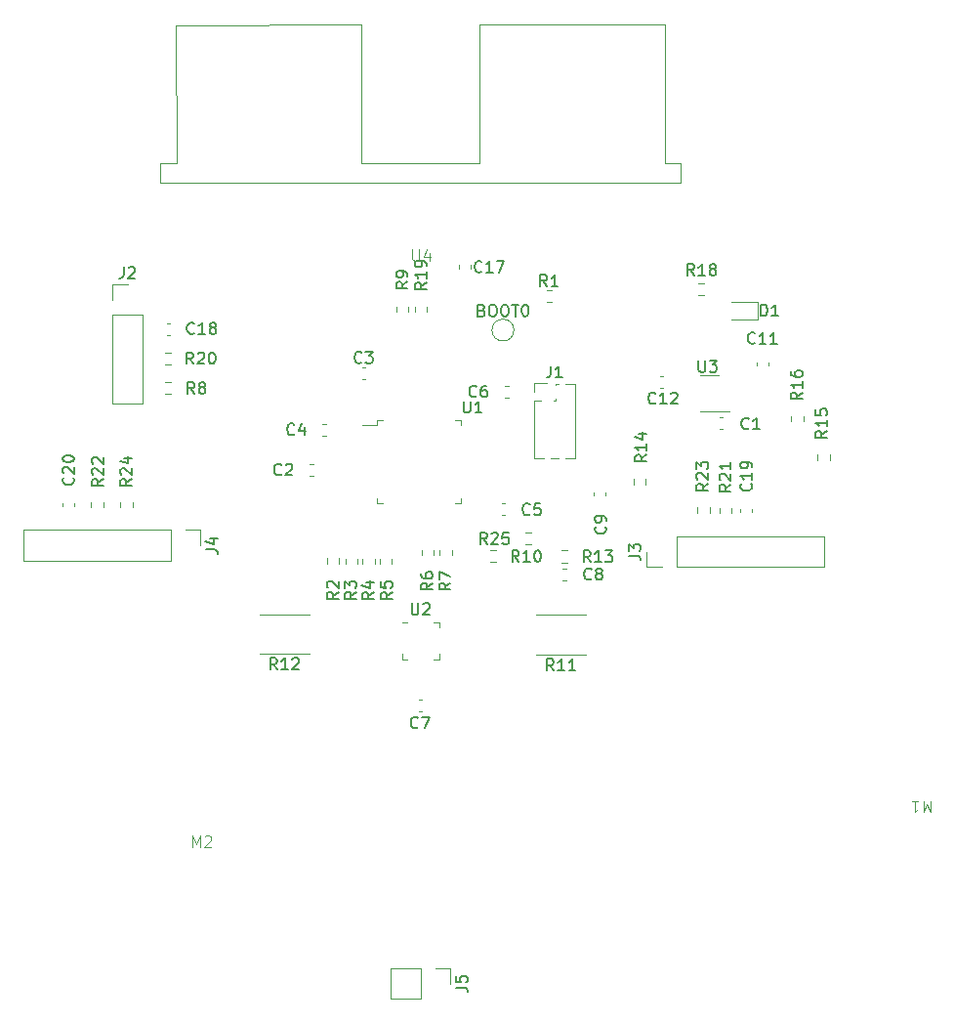
<source format=gbr>
%TF.GenerationSoftware,KiCad,Pcbnew,7.0.10*%
%TF.CreationDate,2024-01-31T17:44:34+01:00*%
%TF.ProjectId,minimouse,6d696e69-6d6f-4757-9365-2e6b69636164,rev?*%
%TF.SameCoordinates,Original*%
%TF.FileFunction,Legend,Top*%
%TF.FilePolarity,Positive*%
%FSLAX46Y46*%
G04 Gerber Fmt 4.6, Leading zero omitted, Abs format (unit mm)*
G04 Created by KiCad (PCBNEW 7.0.10) date 2024-01-31 17:44:34*
%MOMM*%
%LPD*%
G01*
G04 APERTURE LIST*
%ADD10C,0.100000*%
%ADD11C,0.150000*%
%ADD12C,0.120000*%
G04 APERTURE END LIST*
D10*
X149298095Y-71152419D02*
X149298095Y-71961942D01*
X149298095Y-71961942D02*
X149345714Y-72057180D01*
X149345714Y-72057180D02*
X149393333Y-72104800D01*
X149393333Y-72104800D02*
X149488571Y-72152419D01*
X149488571Y-72152419D02*
X149679047Y-72152419D01*
X149679047Y-72152419D02*
X149774285Y-72104800D01*
X149774285Y-72104800D02*
X149821904Y-72057180D01*
X149821904Y-72057180D02*
X149869523Y-71961942D01*
X149869523Y-71961942D02*
X149869523Y-71152419D01*
X150774285Y-71485752D02*
X150774285Y-72152419D01*
X150536190Y-71104800D02*
X150298095Y-71819085D01*
X150298095Y-71819085D02*
X150917142Y-71819085D01*
D11*
X154848333Y-83859580D02*
X154800714Y-83907200D01*
X154800714Y-83907200D02*
X154657857Y-83954819D01*
X154657857Y-83954819D02*
X154562619Y-83954819D01*
X154562619Y-83954819D02*
X154419762Y-83907200D01*
X154419762Y-83907200D02*
X154324524Y-83811961D01*
X154324524Y-83811961D02*
X154276905Y-83716723D01*
X154276905Y-83716723D02*
X154229286Y-83526247D01*
X154229286Y-83526247D02*
X154229286Y-83383390D01*
X154229286Y-83383390D02*
X154276905Y-83192914D01*
X154276905Y-83192914D02*
X154324524Y-83097676D01*
X154324524Y-83097676D02*
X154419762Y-83002438D01*
X154419762Y-83002438D02*
X154562619Y-82954819D01*
X154562619Y-82954819D02*
X154657857Y-82954819D01*
X154657857Y-82954819D02*
X154800714Y-83002438D01*
X154800714Y-83002438D02*
X154848333Y-83050057D01*
X155705476Y-82954819D02*
X155515000Y-82954819D01*
X155515000Y-82954819D02*
X155419762Y-83002438D01*
X155419762Y-83002438D02*
X155372143Y-83050057D01*
X155372143Y-83050057D02*
X155276905Y-83192914D01*
X155276905Y-83192914D02*
X155229286Y-83383390D01*
X155229286Y-83383390D02*
X155229286Y-83764342D01*
X155229286Y-83764342D02*
X155276905Y-83859580D01*
X155276905Y-83859580D02*
X155324524Y-83907200D01*
X155324524Y-83907200D02*
X155419762Y-83954819D01*
X155419762Y-83954819D02*
X155610238Y-83954819D01*
X155610238Y-83954819D02*
X155705476Y-83907200D01*
X155705476Y-83907200D02*
X155753095Y-83859580D01*
X155753095Y-83859580D02*
X155800714Y-83764342D01*
X155800714Y-83764342D02*
X155800714Y-83526247D01*
X155800714Y-83526247D02*
X155753095Y-83431009D01*
X155753095Y-83431009D02*
X155705476Y-83383390D01*
X155705476Y-83383390D02*
X155610238Y-83335771D01*
X155610238Y-83335771D02*
X155419762Y-83335771D01*
X155419762Y-83335771D02*
X155324524Y-83383390D01*
X155324524Y-83383390D02*
X155276905Y-83431009D01*
X155276905Y-83431009D02*
X155229286Y-83526247D01*
X153738095Y-84314819D02*
X153738095Y-85124342D01*
X153738095Y-85124342D02*
X153785714Y-85219580D01*
X153785714Y-85219580D02*
X153833333Y-85267200D01*
X153833333Y-85267200D02*
X153928571Y-85314819D01*
X153928571Y-85314819D02*
X154119047Y-85314819D01*
X154119047Y-85314819D02*
X154214285Y-85267200D01*
X154214285Y-85267200D02*
X154261904Y-85219580D01*
X154261904Y-85219580D02*
X154309523Y-85124342D01*
X154309523Y-85124342D02*
X154309523Y-84314819D01*
X155309523Y-85314819D02*
X154738095Y-85314819D01*
X155023809Y-85314819D02*
X155023809Y-84314819D01*
X155023809Y-84314819D02*
X154928571Y-84457676D01*
X154928571Y-84457676D02*
X154833333Y-84552914D01*
X154833333Y-84552914D02*
X154738095Y-84600533D01*
X160958333Y-74354819D02*
X160625000Y-73878628D01*
X160386905Y-74354819D02*
X160386905Y-73354819D01*
X160386905Y-73354819D02*
X160767857Y-73354819D01*
X160767857Y-73354819D02*
X160863095Y-73402438D01*
X160863095Y-73402438D02*
X160910714Y-73450057D01*
X160910714Y-73450057D02*
X160958333Y-73545295D01*
X160958333Y-73545295D02*
X160958333Y-73688152D01*
X160958333Y-73688152D02*
X160910714Y-73783390D01*
X160910714Y-73783390D02*
X160863095Y-73831009D01*
X160863095Y-73831009D02*
X160767857Y-73878628D01*
X160767857Y-73878628D02*
X160386905Y-73878628D01*
X161910714Y-74354819D02*
X161339286Y-74354819D01*
X161625000Y-74354819D02*
X161625000Y-73354819D01*
X161625000Y-73354819D02*
X161529762Y-73497676D01*
X161529762Y-73497676D02*
X161434524Y-73592914D01*
X161434524Y-73592914D02*
X161339286Y-73640533D01*
D10*
X130190476Y-122957419D02*
X130190476Y-121957419D01*
X130190476Y-121957419D02*
X130523809Y-122671704D01*
X130523809Y-122671704D02*
X130857142Y-121957419D01*
X130857142Y-121957419D02*
X130857142Y-122957419D01*
X131285714Y-122052657D02*
X131333333Y-122005038D01*
X131333333Y-122005038D02*
X131428571Y-121957419D01*
X131428571Y-121957419D02*
X131666666Y-121957419D01*
X131666666Y-121957419D02*
X131761904Y-122005038D01*
X131761904Y-122005038D02*
X131809523Y-122052657D01*
X131809523Y-122052657D02*
X131857142Y-122147895D01*
X131857142Y-122147895D02*
X131857142Y-122243133D01*
X131857142Y-122243133D02*
X131809523Y-122385990D01*
X131809523Y-122385990D02*
X131238095Y-122957419D01*
X131238095Y-122957419D02*
X131857142Y-122957419D01*
D11*
X119859580Y-90932857D02*
X119907200Y-90980476D01*
X119907200Y-90980476D02*
X119954819Y-91123333D01*
X119954819Y-91123333D02*
X119954819Y-91218571D01*
X119954819Y-91218571D02*
X119907200Y-91361428D01*
X119907200Y-91361428D02*
X119811961Y-91456666D01*
X119811961Y-91456666D02*
X119716723Y-91504285D01*
X119716723Y-91504285D02*
X119526247Y-91551904D01*
X119526247Y-91551904D02*
X119383390Y-91551904D01*
X119383390Y-91551904D02*
X119192914Y-91504285D01*
X119192914Y-91504285D02*
X119097676Y-91456666D01*
X119097676Y-91456666D02*
X119002438Y-91361428D01*
X119002438Y-91361428D02*
X118954819Y-91218571D01*
X118954819Y-91218571D02*
X118954819Y-91123333D01*
X118954819Y-91123333D02*
X119002438Y-90980476D01*
X119002438Y-90980476D02*
X119050057Y-90932857D01*
X119050057Y-90551904D02*
X119002438Y-90504285D01*
X119002438Y-90504285D02*
X118954819Y-90409047D01*
X118954819Y-90409047D02*
X118954819Y-90170952D01*
X118954819Y-90170952D02*
X119002438Y-90075714D01*
X119002438Y-90075714D02*
X119050057Y-90028095D01*
X119050057Y-90028095D02*
X119145295Y-89980476D01*
X119145295Y-89980476D02*
X119240533Y-89980476D01*
X119240533Y-89980476D02*
X119383390Y-90028095D01*
X119383390Y-90028095D02*
X119954819Y-90599523D01*
X119954819Y-90599523D02*
X119954819Y-89980476D01*
X118954819Y-89361428D02*
X118954819Y-89266190D01*
X118954819Y-89266190D02*
X119002438Y-89170952D01*
X119002438Y-89170952D02*
X119050057Y-89123333D01*
X119050057Y-89123333D02*
X119145295Y-89075714D01*
X119145295Y-89075714D02*
X119335771Y-89028095D01*
X119335771Y-89028095D02*
X119573866Y-89028095D01*
X119573866Y-89028095D02*
X119764342Y-89075714D01*
X119764342Y-89075714D02*
X119859580Y-89123333D01*
X119859580Y-89123333D02*
X119907200Y-89170952D01*
X119907200Y-89170952D02*
X119954819Y-89266190D01*
X119954819Y-89266190D02*
X119954819Y-89361428D01*
X119954819Y-89361428D02*
X119907200Y-89456666D01*
X119907200Y-89456666D02*
X119859580Y-89504285D01*
X119859580Y-89504285D02*
X119764342Y-89551904D01*
X119764342Y-89551904D02*
X119573866Y-89599523D01*
X119573866Y-89599523D02*
X119335771Y-89599523D01*
X119335771Y-89599523D02*
X119145295Y-89551904D01*
X119145295Y-89551904D02*
X119050057Y-89504285D01*
X119050057Y-89504285D02*
X119002438Y-89456666D01*
X119002438Y-89456666D02*
X118954819Y-89361428D01*
X130307142Y-81084819D02*
X129973809Y-80608628D01*
X129735714Y-81084819D02*
X129735714Y-80084819D01*
X129735714Y-80084819D02*
X130116666Y-80084819D01*
X130116666Y-80084819D02*
X130211904Y-80132438D01*
X130211904Y-80132438D02*
X130259523Y-80180057D01*
X130259523Y-80180057D02*
X130307142Y-80275295D01*
X130307142Y-80275295D02*
X130307142Y-80418152D01*
X130307142Y-80418152D02*
X130259523Y-80513390D01*
X130259523Y-80513390D02*
X130211904Y-80561009D01*
X130211904Y-80561009D02*
X130116666Y-80608628D01*
X130116666Y-80608628D02*
X129735714Y-80608628D01*
X130688095Y-80180057D02*
X130735714Y-80132438D01*
X130735714Y-80132438D02*
X130830952Y-80084819D01*
X130830952Y-80084819D02*
X131069047Y-80084819D01*
X131069047Y-80084819D02*
X131164285Y-80132438D01*
X131164285Y-80132438D02*
X131211904Y-80180057D01*
X131211904Y-80180057D02*
X131259523Y-80275295D01*
X131259523Y-80275295D02*
X131259523Y-80370533D01*
X131259523Y-80370533D02*
X131211904Y-80513390D01*
X131211904Y-80513390D02*
X130640476Y-81084819D01*
X130640476Y-81084819D02*
X131259523Y-81084819D01*
X131878571Y-80084819D02*
X131973809Y-80084819D01*
X131973809Y-80084819D02*
X132069047Y-80132438D01*
X132069047Y-80132438D02*
X132116666Y-80180057D01*
X132116666Y-80180057D02*
X132164285Y-80275295D01*
X132164285Y-80275295D02*
X132211904Y-80465771D01*
X132211904Y-80465771D02*
X132211904Y-80703866D01*
X132211904Y-80703866D02*
X132164285Y-80894342D01*
X132164285Y-80894342D02*
X132116666Y-80989580D01*
X132116666Y-80989580D02*
X132069047Y-81037200D01*
X132069047Y-81037200D02*
X131973809Y-81084819D01*
X131973809Y-81084819D02*
X131878571Y-81084819D01*
X131878571Y-81084819D02*
X131783333Y-81037200D01*
X131783333Y-81037200D02*
X131735714Y-80989580D01*
X131735714Y-80989580D02*
X131688095Y-80894342D01*
X131688095Y-80894342D02*
X131640476Y-80703866D01*
X131640476Y-80703866D02*
X131640476Y-80465771D01*
X131640476Y-80465771D02*
X131688095Y-80275295D01*
X131688095Y-80275295D02*
X131735714Y-80180057D01*
X131735714Y-80180057D02*
X131783333Y-80132438D01*
X131783333Y-80132438D02*
X131878571Y-80084819D01*
X166019580Y-95184166D02*
X166067200Y-95231785D01*
X166067200Y-95231785D02*
X166114819Y-95374642D01*
X166114819Y-95374642D02*
X166114819Y-95469880D01*
X166114819Y-95469880D02*
X166067200Y-95612737D01*
X166067200Y-95612737D02*
X165971961Y-95707975D01*
X165971961Y-95707975D02*
X165876723Y-95755594D01*
X165876723Y-95755594D02*
X165686247Y-95803213D01*
X165686247Y-95803213D02*
X165543390Y-95803213D01*
X165543390Y-95803213D02*
X165352914Y-95755594D01*
X165352914Y-95755594D02*
X165257676Y-95707975D01*
X165257676Y-95707975D02*
X165162438Y-95612737D01*
X165162438Y-95612737D02*
X165114819Y-95469880D01*
X165114819Y-95469880D02*
X165114819Y-95374642D01*
X165114819Y-95374642D02*
X165162438Y-95231785D01*
X165162438Y-95231785D02*
X165210057Y-95184166D01*
X166114819Y-94707975D02*
X166114819Y-94517499D01*
X166114819Y-94517499D02*
X166067200Y-94422261D01*
X166067200Y-94422261D02*
X166019580Y-94374642D01*
X166019580Y-94374642D02*
X165876723Y-94279404D01*
X165876723Y-94279404D02*
X165686247Y-94231785D01*
X165686247Y-94231785D02*
X165305295Y-94231785D01*
X165305295Y-94231785D02*
X165210057Y-94279404D01*
X165210057Y-94279404D02*
X165162438Y-94327023D01*
X165162438Y-94327023D02*
X165114819Y-94422261D01*
X165114819Y-94422261D02*
X165114819Y-94612737D01*
X165114819Y-94612737D02*
X165162438Y-94707975D01*
X165162438Y-94707975D02*
X165210057Y-94755594D01*
X165210057Y-94755594D02*
X165305295Y-94803213D01*
X165305295Y-94803213D02*
X165543390Y-94803213D01*
X165543390Y-94803213D02*
X165638628Y-94755594D01*
X165638628Y-94755594D02*
X165686247Y-94707975D01*
X165686247Y-94707975D02*
X165733866Y-94612737D01*
X165733866Y-94612737D02*
X165733866Y-94422261D01*
X165733866Y-94422261D02*
X165686247Y-94327023D01*
X165686247Y-94327023D02*
X165638628Y-94279404D01*
X165638628Y-94279404D02*
X165543390Y-94231785D01*
X122494819Y-91062857D02*
X122018628Y-91396190D01*
X122494819Y-91634285D02*
X121494819Y-91634285D01*
X121494819Y-91634285D02*
X121494819Y-91253333D01*
X121494819Y-91253333D02*
X121542438Y-91158095D01*
X121542438Y-91158095D02*
X121590057Y-91110476D01*
X121590057Y-91110476D02*
X121685295Y-91062857D01*
X121685295Y-91062857D02*
X121828152Y-91062857D01*
X121828152Y-91062857D02*
X121923390Y-91110476D01*
X121923390Y-91110476D02*
X121971009Y-91158095D01*
X121971009Y-91158095D02*
X122018628Y-91253333D01*
X122018628Y-91253333D02*
X122018628Y-91634285D01*
X121590057Y-90681904D02*
X121542438Y-90634285D01*
X121542438Y-90634285D02*
X121494819Y-90539047D01*
X121494819Y-90539047D02*
X121494819Y-90300952D01*
X121494819Y-90300952D02*
X121542438Y-90205714D01*
X121542438Y-90205714D02*
X121590057Y-90158095D01*
X121590057Y-90158095D02*
X121685295Y-90110476D01*
X121685295Y-90110476D02*
X121780533Y-90110476D01*
X121780533Y-90110476D02*
X121923390Y-90158095D01*
X121923390Y-90158095D02*
X122494819Y-90729523D01*
X122494819Y-90729523D02*
X122494819Y-90110476D01*
X121590057Y-89729523D02*
X121542438Y-89681904D01*
X121542438Y-89681904D02*
X121494819Y-89586666D01*
X121494819Y-89586666D02*
X121494819Y-89348571D01*
X121494819Y-89348571D02*
X121542438Y-89253333D01*
X121542438Y-89253333D02*
X121590057Y-89205714D01*
X121590057Y-89205714D02*
X121685295Y-89158095D01*
X121685295Y-89158095D02*
X121780533Y-89158095D01*
X121780533Y-89158095D02*
X121923390Y-89205714D01*
X121923390Y-89205714D02*
X122494819Y-89777142D01*
X122494819Y-89777142D02*
X122494819Y-89158095D01*
X155316666Y-76433009D02*
X155459523Y-76480628D01*
X155459523Y-76480628D02*
X155507142Y-76528247D01*
X155507142Y-76528247D02*
X155554761Y-76623485D01*
X155554761Y-76623485D02*
X155554761Y-76766342D01*
X155554761Y-76766342D02*
X155507142Y-76861580D01*
X155507142Y-76861580D02*
X155459523Y-76909200D01*
X155459523Y-76909200D02*
X155364285Y-76956819D01*
X155364285Y-76956819D02*
X154983333Y-76956819D01*
X154983333Y-76956819D02*
X154983333Y-75956819D01*
X154983333Y-75956819D02*
X155316666Y-75956819D01*
X155316666Y-75956819D02*
X155411904Y-76004438D01*
X155411904Y-76004438D02*
X155459523Y-76052057D01*
X155459523Y-76052057D02*
X155507142Y-76147295D01*
X155507142Y-76147295D02*
X155507142Y-76242533D01*
X155507142Y-76242533D02*
X155459523Y-76337771D01*
X155459523Y-76337771D02*
X155411904Y-76385390D01*
X155411904Y-76385390D02*
X155316666Y-76433009D01*
X155316666Y-76433009D02*
X154983333Y-76433009D01*
X156173809Y-75956819D02*
X156364285Y-75956819D01*
X156364285Y-75956819D02*
X156459523Y-76004438D01*
X156459523Y-76004438D02*
X156554761Y-76099676D01*
X156554761Y-76099676D02*
X156602380Y-76290152D01*
X156602380Y-76290152D02*
X156602380Y-76623485D01*
X156602380Y-76623485D02*
X156554761Y-76813961D01*
X156554761Y-76813961D02*
X156459523Y-76909200D01*
X156459523Y-76909200D02*
X156364285Y-76956819D01*
X156364285Y-76956819D02*
X156173809Y-76956819D01*
X156173809Y-76956819D02*
X156078571Y-76909200D01*
X156078571Y-76909200D02*
X155983333Y-76813961D01*
X155983333Y-76813961D02*
X155935714Y-76623485D01*
X155935714Y-76623485D02*
X155935714Y-76290152D01*
X155935714Y-76290152D02*
X155983333Y-76099676D01*
X155983333Y-76099676D02*
X156078571Y-76004438D01*
X156078571Y-76004438D02*
X156173809Y-75956819D01*
X157221428Y-75956819D02*
X157411904Y-75956819D01*
X157411904Y-75956819D02*
X157507142Y-76004438D01*
X157507142Y-76004438D02*
X157602380Y-76099676D01*
X157602380Y-76099676D02*
X157649999Y-76290152D01*
X157649999Y-76290152D02*
X157649999Y-76623485D01*
X157649999Y-76623485D02*
X157602380Y-76813961D01*
X157602380Y-76813961D02*
X157507142Y-76909200D01*
X157507142Y-76909200D02*
X157411904Y-76956819D01*
X157411904Y-76956819D02*
X157221428Y-76956819D01*
X157221428Y-76956819D02*
X157126190Y-76909200D01*
X157126190Y-76909200D02*
X157030952Y-76813961D01*
X157030952Y-76813961D02*
X156983333Y-76623485D01*
X156983333Y-76623485D02*
X156983333Y-76290152D01*
X156983333Y-76290152D02*
X157030952Y-76099676D01*
X157030952Y-76099676D02*
X157126190Y-76004438D01*
X157126190Y-76004438D02*
X157221428Y-75956819D01*
X157935714Y-75956819D02*
X158507142Y-75956819D01*
X158221428Y-76956819D02*
X158221428Y-75956819D01*
X159030952Y-75956819D02*
X159126190Y-75956819D01*
X159126190Y-75956819D02*
X159221428Y-76004438D01*
X159221428Y-76004438D02*
X159269047Y-76052057D01*
X159269047Y-76052057D02*
X159316666Y-76147295D01*
X159316666Y-76147295D02*
X159364285Y-76337771D01*
X159364285Y-76337771D02*
X159364285Y-76575866D01*
X159364285Y-76575866D02*
X159316666Y-76766342D01*
X159316666Y-76766342D02*
X159269047Y-76861580D01*
X159269047Y-76861580D02*
X159221428Y-76909200D01*
X159221428Y-76909200D02*
X159126190Y-76956819D01*
X159126190Y-76956819D02*
X159030952Y-76956819D01*
X159030952Y-76956819D02*
X158935714Y-76909200D01*
X158935714Y-76909200D02*
X158888095Y-76861580D01*
X158888095Y-76861580D02*
X158840476Y-76766342D01*
X158840476Y-76766342D02*
X158792857Y-76575866D01*
X158792857Y-76575866D02*
X158792857Y-76337771D01*
X158792857Y-76337771D02*
X158840476Y-76147295D01*
X158840476Y-76147295D02*
X158888095Y-76052057D01*
X158888095Y-76052057D02*
X158935714Y-76004438D01*
X158935714Y-76004438D02*
X159030952Y-75956819D01*
X131384819Y-97133333D02*
X132099104Y-97133333D01*
X132099104Y-97133333D02*
X132241961Y-97180952D01*
X132241961Y-97180952D02*
X132337200Y-97276190D01*
X132337200Y-97276190D02*
X132384819Y-97419047D01*
X132384819Y-97419047D02*
X132384819Y-97514285D01*
X131718152Y-96228571D02*
X132384819Y-96228571D01*
X131337200Y-96466666D02*
X132051485Y-96704761D01*
X132051485Y-96704761D02*
X132051485Y-96085714D01*
X164737142Y-98254819D02*
X164403809Y-97778628D01*
X164165714Y-98254819D02*
X164165714Y-97254819D01*
X164165714Y-97254819D02*
X164546666Y-97254819D01*
X164546666Y-97254819D02*
X164641904Y-97302438D01*
X164641904Y-97302438D02*
X164689523Y-97350057D01*
X164689523Y-97350057D02*
X164737142Y-97445295D01*
X164737142Y-97445295D02*
X164737142Y-97588152D01*
X164737142Y-97588152D02*
X164689523Y-97683390D01*
X164689523Y-97683390D02*
X164641904Y-97731009D01*
X164641904Y-97731009D02*
X164546666Y-97778628D01*
X164546666Y-97778628D02*
X164165714Y-97778628D01*
X165689523Y-98254819D02*
X165118095Y-98254819D01*
X165403809Y-98254819D02*
X165403809Y-97254819D01*
X165403809Y-97254819D02*
X165308571Y-97397676D01*
X165308571Y-97397676D02*
X165213333Y-97492914D01*
X165213333Y-97492914D02*
X165118095Y-97540533D01*
X166022857Y-97254819D02*
X166641904Y-97254819D01*
X166641904Y-97254819D02*
X166308571Y-97635771D01*
X166308571Y-97635771D02*
X166451428Y-97635771D01*
X166451428Y-97635771D02*
X166546666Y-97683390D01*
X166546666Y-97683390D02*
X166594285Y-97731009D01*
X166594285Y-97731009D02*
X166641904Y-97826247D01*
X166641904Y-97826247D02*
X166641904Y-98064342D01*
X166641904Y-98064342D02*
X166594285Y-98159580D01*
X166594285Y-98159580D02*
X166546666Y-98207200D01*
X166546666Y-98207200D02*
X166451428Y-98254819D01*
X166451428Y-98254819D02*
X166165714Y-98254819D01*
X166165714Y-98254819D02*
X166070476Y-98207200D01*
X166070476Y-98207200D02*
X166022857Y-98159580D01*
X145955419Y-100859666D02*
X145479228Y-101192999D01*
X145955419Y-101431094D02*
X144955419Y-101431094D01*
X144955419Y-101431094D02*
X144955419Y-101050142D01*
X144955419Y-101050142D02*
X145003038Y-100954904D01*
X145003038Y-100954904D02*
X145050657Y-100907285D01*
X145050657Y-100907285D02*
X145145895Y-100859666D01*
X145145895Y-100859666D02*
X145288752Y-100859666D01*
X145288752Y-100859666D02*
X145383990Y-100907285D01*
X145383990Y-100907285D02*
X145431609Y-100954904D01*
X145431609Y-100954904D02*
X145479228Y-101050142D01*
X145479228Y-101050142D02*
X145479228Y-101431094D01*
X145288752Y-100002523D02*
X145955419Y-100002523D01*
X144907800Y-100240618D02*
X145622085Y-100478713D01*
X145622085Y-100478713D02*
X145622085Y-99859666D01*
X139063333Y-87154580D02*
X139015714Y-87202200D01*
X139015714Y-87202200D02*
X138872857Y-87249819D01*
X138872857Y-87249819D02*
X138777619Y-87249819D01*
X138777619Y-87249819D02*
X138634762Y-87202200D01*
X138634762Y-87202200D02*
X138539524Y-87106961D01*
X138539524Y-87106961D02*
X138491905Y-87011723D01*
X138491905Y-87011723D02*
X138444286Y-86821247D01*
X138444286Y-86821247D02*
X138444286Y-86678390D01*
X138444286Y-86678390D02*
X138491905Y-86487914D01*
X138491905Y-86487914D02*
X138539524Y-86392676D01*
X138539524Y-86392676D02*
X138634762Y-86297438D01*
X138634762Y-86297438D02*
X138777619Y-86249819D01*
X138777619Y-86249819D02*
X138872857Y-86249819D01*
X138872857Y-86249819D02*
X139015714Y-86297438D01*
X139015714Y-86297438D02*
X139063333Y-86345057D01*
X139920476Y-86583152D02*
X139920476Y-87249819D01*
X139682381Y-86202200D02*
X139444286Y-86916485D01*
X139444286Y-86916485D02*
X140063333Y-86916485D01*
X149238095Y-101817019D02*
X149238095Y-102626542D01*
X149238095Y-102626542D02*
X149285714Y-102721780D01*
X149285714Y-102721780D02*
X149333333Y-102769400D01*
X149333333Y-102769400D02*
X149428571Y-102817019D01*
X149428571Y-102817019D02*
X149619047Y-102817019D01*
X149619047Y-102817019D02*
X149714285Y-102769400D01*
X149714285Y-102769400D02*
X149761904Y-102721780D01*
X149761904Y-102721780D02*
X149809523Y-102626542D01*
X149809523Y-102626542D02*
X149809523Y-101817019D01*
X150238095Y-101912257D02*
X150285714Y-101864638D01*
X150285714Y-101864638D02*
X150380952Y-101817019D01*
X150380952Y-101817019D02*
X150619047Y-101817019D01*
X150619047Y-101817019D02*
X150714285Y-101864638D01*
X150714285Y-101864638D02*
X150761904Y-101912257D01*
X150761904Y-101912257D02*
X150809523Y-102007495D01*
X150809523Y-102007495D02*
X150809523Y-102102733D01*
X150809523Y-102102733D02*
X150761904Y-102245590D01*
X150761904Y-102245590D02*
X150190476Y-102817019D01*
X150190476Y-102817019D02*
X150809523Y-102817019D01*
X148874819Y-73961666D02*
X148398628Y-74294999D01*
X148874819Y-74533094D02*
X147874819Y-74533094D01*
X147874819Y-74533094D02*
X147874819Y-74152142D01*
X147874819Y-74152142D02*
X147922438Y-74056904D01*
X147922438Y-74056904D02*
X147970057Y-74009285D01*
X147970057Y-74009285D02*
X148065295Y-73961666D01*
X148065295Y-73961666D02*
X148208152Y-73961666D01*
X148208152Y-73961666D02*
X148303390Y-74009285D01*
X148303390Y-74009285D02*
X148351009Y-74056904D01*
X148351009Y-74056904D02*
X148398628Y-74152142D01*
X148398628Y-74152142D02*
X148398628Y-74533094D01*
X148874819Y-73485475D02*
X148874819Y-73294999D01*
X148874819Y-73294999D02*
X148827200Y-73199761D01*
X148827200Y-73199761D02*
X148779580Y-73152142D01*
X148779580Y-73152142D02*
X148636723Y-73056904D01*
X148636723Y-73056904D02*
X148446247Y-73009285D01*
X148446247Y-73009285D02*
X148065295Y-73009285D01*
X148065295Y-73009285D02*
X147970057Y-73056904D01*
X147970057Y-73056904D02*
X147922438Y-73104523D01*
X147922438Y-73104523D02*
X147874819Y-73199761D01*
X147874819Y-73199761D02*
X147874819Y-73390237D01*
X147874819Y-73390237D02*
X147922438Y-73485475D01*
X147922438Y-73485475D02*
X147970057Y-73533094D01*
X147970057Y-73533094D02*
X148065295Y-73580713D01*
X148065295Y-73580713D02*
X148303390Y-73580713D01*
X148303390Y-73580713D02*
X148398628Y-73533094D01*
X148398628Y-73533094D02*
X148446247Y-73485475D01*
X148446247Y-73485475D02*
X148493866Y-73390237D01*
X148493866Y-73390237D02*
X148493866Y-73199761D01*
X148493866Y-73199761D02*
X148446247Y-73104523D01*
X148446247Y-73104523D02*
X148398628Y-73056904D01*
X148398628Y-73056904D02*
X148303390Y-73009285D01*
X124974819Y-91052857D02*
X124498628Y-91386190D01*
X124974819Y-91624285D02*
X123974819Y-91624285D01*
X123974819Y-91624285D02*
X123974819Y-91243333D01*
X123974819Y-91243333D02*
X124022438Y-91148095D01*
X124022438Y-91148095D02*
X124070057Y-91100476D01*
X124070057Y-91100476D02*
X124165295Y-91052857D01*
X124165295Y-91052857D02*
X124308152Y-91052857D01*
X124308152Y-91052857D02*
X124403390Y-91100476D01*
X124403390Y-91100476D02*
X124451009Y-91148095D01*
X124451009Y-91148095D02*
X124498628Y-91243333D01*
X124498628Y-91243333D02*
X124498628Y-91624285D01*
X124070057Y-90671904D02*
X124022438Y-90624285D01*
X124022438Y-90624285D02*
X123974819Y-90529047D01*
X123974819Y-90529047D02*
X123974819Y-90290952D01*
X123974819Y-90290952D02*
X124022438Y-90195714D01*
X124022438Y-90195714D02*
X124070057Y-90148095D01*
X124070057Y-90148095D02*
X124165295Y-90100476D01*
X124165295Y-90100476D02*
X124260533Y-90100476D01*
X124260533Y-90100476D02*
X124403390Y-90148095D01*
X124403390Y-90148095D02*
X124974819Y-90719523D01*
X124974819Y-90719523D02*
X124974819Y-90100476D01*
X124308152Y-89243333D02*
X124974819Y-89243333D01*
X123927200Y-89481428D02*
X124641485Y-89719523D01*
X124641485Y-89719523D02*
X124641485Y-89100476D01*
D10*
X149298095Y-71152419D02*
X149298095Y-71961942D01*
X149298095Y-71961942D02*
X149345714Y-72057180D01*
X149345714Y-72057180D02*
X149393333Y-72104800D01*
X149393333Y-72104800D02*
X149488571Y-72152419D01*
X149488571Y-72152419D02*
X149679047Y-72152419D01*
X149679047Y-72152419D02*
X149774285Y-72104800D01*
X149774285Y-72104800D02*
X149821904Y-72057180D01*
X149821904Y-72057180D02*
X149869523Y-71961942D01*
X149869523Y-71961942D02*
X149869523Y-71152419D01*
X150774285Y-71485752D02*
X150774285Y-72152419D01*
X150536190Y-71104800D02*
X150298095Y-71819085D01*
X150298095Y-71819085D02*
X150917142Y-71819085D01*
D11*
X170382142Y-84459580D02*
X170334523Y-84507200D01*
X170334523Y-84507200D02*
X170191666Y-84554819D01*
X170191666Y-84554819D02*
X170096428Y-84554819D01*
X170096428Y-84554819D02*
X169953571Y-84507200D01*
X169953571Y-84507200D02*
X169858333Y-84411961D01*
X169858333Y-84411961D02*
X169810714Y-84316723D01*
X169810714Y-84316723D02*
X169763095Y-84126247D01*
X169763095Y-84126247D02*
X169763095Y-83983390D01*
X169763095Y-83983390D02*
X169810714Y-83792914D01*
X169810714Y-83792914D02*
X169858333Y-83697676D01*
X169858333Y-83697676D02*
X169953571Y-83602438D01*
X169953571Y-83602438D02*
X170096428Y-83554819D01*
X170096428Y-83554819D02*
X170191666Y-83554819D01*
X170191666Y-83554819D02*
X170334523Y-83602438D01*
X170334523Y-83602438D02*
X170382142Y-83650057D01*
X171334523Y-84554819D02*
X170763095Y-84554819D01*
X171048809Y-84554819D02*
X171048809Y-83554819D01*
X171048809Y-83554819D02*
X170953571Y-83697676D01*
X170953571Y-83697676D02*
X170858333Y-83792914D01*
X170858333Y-83792914D02*
X170763095Y-83840533D01*
X171715476Y-83650057D02*
X171763095Y-83602438D01*
X171763095Y-83602438D02*
X171858333Y-83554819D01*
X171858333Y-83554819D02*
X172096428Y-83554819D01*
X172096428Y-83554819D02*
X172191666Y-83602438D01*
X172191666Y-83602438D02*
X172239285Y-83650057D01*
X172239285Y-83650057D02*
X172286904Y-83745295D01*
X172286904Y-83745295D02*
X172286904Y-83840533D01*
X172286904Y-83840533D02*
X172239285Y-83983390D01*
X172239285Y-83983390D02*
X171667857Y-84554819D01*
X171667857Y-84554819D02*
X172286904Y-84554819D01*
X159473333Y-94079580D02*
X159425714Y-94127200D01*
X159425714Y-94127200D02*
X159282857Y-94174819D01*
X159282857Y-94174819D02*
X159187619Y-94174819D01*
X159187619Y-94174819D02*
X159044762Y-94127200D01*
X159044762Y-94127200D02*
X158949524Y-94031961D01*
X158949524Y-94031961D02*
X158901905Y-93936723D01*
X158901905Y-93936723D02*
X158854286Y-93746247D01*
X158854286Y-93746247D02*
X158854286Y-93603390D01*
X158854286Y-93603390D02*
X158901905Y-93412914D01*
X158901905Y-93412914D02*
X158949524Y-93317676D01*
X158949524Y-93317676D02*
X159044762Y-93222438D01*
X159044762Y-93222438D02*
X159187619Y-93174819D01*
X159187619Y-93174819D02*
X159282857Y-93174819D01*
X159282857Y-93174819D02*
X159425714Y-93222438D01*
X159425714Y-93222438D02*
X159473333Y-93270057D01*
X160378095Y-93174819D02*
X159901905Y-93174819D01*
X159901905Y-93174819D02*
X159854286Y-93651009D01*
X159854286Y-93651009D02*
X159901905Y-93603390D01*
X159901905Y-93603390D02*
X159997143Y-93555771D01*
X159997143Y-93555771D02*
X160235238Y-93555771D01*
X160235238Y-93555771D02*
X160330476Y-93603390D01*
X160330476Y-93603390D02*
X160378095Y-93651009D01*
X160378095Y-93651009D02*
X160425714Y-93746247D01*
X160425714Y-93746247D02*
X160425714Y-93984342D01*
X160425714Y-93984342D02*
X160378095Y-94079580D01*
X160378095Y-94079580D02*
X160330476Y-94127200D01*
X160330476Y-94127200D02*
X160235238Y-94174819D01*
X160235238Y-94174819D02*
X159997143Y-94174819D01*
X159997143Y-94174819D02*
X159901905Y-94127200D01*
X159901905Y-94127200D02*
X159854286Y-94079580D01*
X185254819Y-86882857D02*
X184778628Y-87216190D01*
X185254819Y-87454285D02*
X184254819Y-87454285D01*
X184254819Y-87454285D02*
X184254819Y-87073333D01*
X184254819Y-87073333D02*
X184302438Y-86978095D01*
X184302438Y-86978095D02*
X184350057Y-86930476D01*
X184350057Y-86930476D02*
X184445295Y-86882857D01*
X184445295Y-86882857D02*
X184588152Y-86882857D01*
X184588152Y-86882857D02*
X184683390Y-86930476D01*
X184683390Y-86930476D02*
X184731009Y-86978095D01*
X184731009Y-86978095D02*
X184778628Y-87073333D01*
X184778628Y-87073333D02*
X184778628Y-87454285D01*
X185254819Y-85930476D02*
X185254819Y-86501904D01*
X185254819Y-86216190D02*
X184254819Y-86216190D01*
X184254819Y-86216190D02*
X184397676Y-86311428D01*
X184397676Y-86311428D02*
X184492914Y-86406666D01*
X184492914Y-86406666D02*
X184540533Y-86501904D01*
X184254819Y-85025714D02*
X184254819Y-85501904D01*
X184254819Y-85501904D02*
X184731009Y-85549523D01*
X184731009Y-85549523D02*
X184683390Y-85501904D01*
X184683390Y-85501904D02*
X184635771Y-85406666D01*
X184635771Y-85406666D02*
X184635771Y-85168571D01*
X184635771Y-85168571D02*
X184683390Y-85073333D01*
X184683390Y-85073333D02*
X184731009Y-85025714D01*
X184731009Y-85025714D02*
X184826247Y-84978095D01*
X184826247Y-84978095D02*
X185064342Y-84978095D01*
X185064342Y-84978095D02*
X185159580Y-85025714D01*
X185159580Y-85025714D02*
X185207200Y-85073333D01*
X185207200Y-85073333D02*
X185254819Y-85168571D01*
X185254819Y-85168571D02*
X185254819Y-85406666D01*
X185254819Y-85406666D02*
X185207200Y-85501904D01*
X185207200Y-85501904D02*
X185159580Y-85549523D01*
D10*
X194259523Y-118942580D02*
X194259523Y-119942580D01*
X194259523Y-119942580D02*
X193926190Y-119228295D01*
X193926190Y-119228295D02*
X193592857Y-119942580D01*
X193592857Y-119942580D02*
X193592857Y-118942580D01*
X192592857Y-118942580D02*
X193164285Y-118942580D01*
X192878571Y-118942580D02*
X192878571Y-119942580D01*
X192878571Y-119942580D02*
X192973809Y-119799723D01*
X192973809Y-119799723D02*
X193069047Y-119704485D01*
X193069047Y-119704485D02*
X193164285Y-119656866D01*
D11*
X174934819Y-91467857D02*
X174458628Y-91801190D01*
X174934819Y-92039285D02*
X173934819Y-92039285D01*
X173934819Y-92039285D02*
X173934819Y-91658333D01*
X173934819Y-91658333D02*
X173982438Y-91563095D01*
X173982438Y-91563095D02*
X174030057Y-91515476D01*
X174030057Y-91515476D02*
X174125295Y-91467857D01*
X174125295Y-91467857D02*
X174268152Y-91467857D01*
X174268152Y-91467857D02*
X174363390Y-91515476D01*
X174363390Y-91515476D02*
X174411009Y-91563095D01*
X174411009Y-91563095D02*
X174458628Y-91658333D01*
X174458628Y-91658333D02*
X174458628Y-92039285D01*
X174030057Y-91086904D02*
X173982438Y-91039285D01*
X173982438Y-91039285D02*
X173934819Y-90944047D01*
X173934819Y-90944047D02*
X173934819Y-90705952D01*
X173934819Y-90705952D02*
X173982438Y-90610714D01*
X173982438Y-90610714D02*
X174030057Y-90563095D01*
X174030057Y-90563095D02*
X174125295Y-90515476D01*
X174125295Y-90515476D02*
X174220533Y-90515476D01*
X174220533Y-90515476D02*
X174363390Y-90563095D01*
X174363390Y-90563095D02*
X174934819Y-91134523D01*
X174934819Y-91134523D02*
X174934819Y-90515476D01*
X173934819Y-90182142D02*
X173934819Y-89563095D01*
X173934819Y-89563095D02*
X174315771Y-89896428D01*
X174315771Y-89896428D02*
X174315771Y-89753571D01*
X174315771Y-89753571D02*
X174363390Y-89658333D01*
X174363390Y-89658333D02*
X174411009Y-89610714D01*
X174411009Y-89610714D02*
X174506247Y-89563095D01*
X174506247Y-89563095D02*
X174744342Y-89563095D01*
X174744342Y-89563095D02*
X174839580Y-89610714D01*
X174839580Y-89610714D02*
X174887200Y-89658333D01*
X174887200Y-89658333D02*
X174934819Y-89753571D01*
X174934819Y-89753571D02*
X174934819Y-90039285D01*
X174934819Y-90039285D02*
X174887200Y-90134523D01*
X174887200Y-90134523D02*
X174839580Y-90182142D01*
X183104819Y-83552857D02*
X182628628Y-83886190D01*
X183104819Y-84124285D02*
X182104819Y-84124285D01*
X182104819Y-84124285D02*
X182104819Y-83743333D01*
X182104819Y-83743333D02*
X182152438Y-83648095D01*
X182152438Y-83648095D02*
X182200057Y-83600476D01*
X182200057Y-83600476D02*
X182295295Y-83552857D01*
X182295295Y-83552857D02*
X182438152Y-83552857D01*
X182438152Y-83552857D02*
X182533390Y-83600476D01*
X182533390Y-83600476D02*
X182581009Y-83648095D01*
X182581009Y-83648095D02*
X182628628Y-83743333D01*
X182628628Y-83743333D02*
X182628628Y-84124285D01*
X183104819Y-82600476D02*
X183104819Y-83171904D01*
X183104819Y-82886190D02*
X182104819Y-82886190D01*
X182104819Y-82886190D02*
X182247676Y-82981428D01*
X182247676Y-82981428D02*
X182342914Y-83076666D01*
X182342914Y-83076666D02*
X182390533Y-83171904D01*
X182104819Y-81743333D02*
X182104819Y-81933809D01*
X182104819Y-81933809D02*
X182152438Y-82029047D01*
X182152438Y-82029047D02*
X182200057Y-82076666D01*
X182200057Y-82076666D02*
X182342914Y-82171904D01*
X182342914Y-82171904D02*
X182533390Y-82219523D01*
X182533390Y-82219523D02*
X182914342Y-82219523D01*
X182914342Y-82219523D02*
X183009580Y-82171904D01*
X183009580Y-82171904D02*
X183057200Y-82124285D01*
X183057200Y-82124285D02*
X183104819Y-82029047D01*
X183104819Y-82029047D02*
X183104819Y-81838571D01*
X183104819Y-81838571D02*
X183057200Y-81743333D01*
X183057200Y-81743333D02*
X183009580Y-81695714D01*
X183009580Y-81695714D02*
X182914342Y-81648095D01*
X182914342Y-81648095D02*
X182676247Y-81648095D01*
X182676247Y-81648095D02*
X182581009Y-81695714D01*
X182581009Y-81695714D02*
X182533390Y-81743333D01*
X182533390Y-81743333D02*
X182485771Y-81838571D01*
X182485771Y-81838571D02*
X182485771Y-82029047D01*
X182485771Y-82029047D02*
X182533390Y-82124285D01*
X182533390Y-82124285D02*
X182581009Y-82171904D01*
X182581009Y-82171904D02*
X182676247Y-82219523D01*
X173717142Y-73424819D02*
X173383809Y-72948628D01*
X173145714Y-73424819D02*
X173145714Y-72424819D01*
X173145714Y-72424819D02*
X173526666Y-72424819D01*
X173526666Y-72424819D02*
X173621904Y-72472438D01*
X173621904Y-72472438D02*
X173669523Y-72520057D01*
X173669523Y-72520057D02*
X173717142Y-72615295D01*
X173717142Y-72615295D02*
X173717142Y-72758152D01*
X173717142Y-72758152D02*
X173669523Y-72853390D01*
X173669523Y-72853390D02*
X173621904Y-72901009D01*
X173621904Y-72901009D02*
X173526666Y-72948628D01*
X173526666Y-72948628D02*
X173145714Y-72948628D01*
X174669523Y-73424819D02*
X174098095Y-73424819D01*
X174383809Y-73424819D02*
X174383809Y-72424819D01*
X174383809Y-72424819D02*
X174288571Y-72567676D01*
X174288571Y-72567676D02*
X174193333Y-72662914D01*
X174193333Y-72662914D02*
X174098095Y-72710533D01*
X175240952Y-72853390D02*
X175145714Y-72805771D01*
X175145714Y-72805771D02*
X175098095Y-72758152D01*
X175098095Y-72758152D02*
X175050476Y-72662914D01*
X175050476Y-72662914D02*
X175050476Y-72615295D01*
X175050476Y-72615295D02*
X175098095Y-72520057D01*
X175098095Y-72520057D02*
X175145714Y-72472438D01*
X175145714Y-72472438D02*
X175240952Y-72424819D01*
X175240952Y-72424819D02*
X175431428Y-72424819D01*
X175431428Y-72424819D02*
X175526666Y-72472438D01*
X175526666Y-72472438D02*
X175574285Y-72520057D01*
X175574285Y-72520057D02*
X175621904Y-72615295D01*
X175621904Y-72615295D02*
X175621904Y-72662914D01*
X175621904Y-72662914D02*
X175574285Y-72758152D01*
X175574285Y-72758152D02*
X175526666Y-72805771D01*
X175526666Y-72805771D02*
X175431428Y-72853390D01*
X175431428Y-72853390D02*
X175240952Y-72853390D01*
X175240952Y-72853390D02*
X175145714Y-72901009D01*
X175145714Y-72901009D02*
X175098095Y-72948628D01*
X175098095Y-72948628D02*
X175050476Y-73043866D01*
X175050476Y-73043866D02*
X175050476Y-73234342D01*
X175050476Y-73234342D02*
X175098095Y-73329580D01*
X175098095Y-73329580D02*
X175145714Y-73377200D01*
X175145714Y-73377200D02*
X175240952Y-73424819D01*
X175240952Y-73424819D02*
X175431428Y-73424819D01*
X175431428Y-73424819D02*
X175526666Y-73377200D01*
X175526666Y-73377200D02*
X175574285Y-73329580D01*
X175574285Y-73329580D02*
X175621904Y-73234342D01*
X175621904Y-73234342D02*
X175621904Y-73043866D01*
X175621904Y-73043866D02*
X175574285Y-72948628D01*
X175574285Y-72948628D02*
X175526666Y-72901009D01*
X175526666Y-72901009D02*
X175431428Y-72853390D01*
X153054819Y-135108333D02*
X153769104Y-135108333D01*
X153769104Y-135108333D02*
X153911961Y-135155952D01*
X153911961Y-135155952D02*
X154007200Y-135251190D01*
X154007200Y-135251190D02*
X154054819Y-135394047D01*
X154054819Y-135394047D02*
X154054819Y-135489285D01*
X153054819Y-134155952D02*
X153054819Y-134632142D01*
X153054819Y-134632142D02*
X153531009Y-134679761D01*
X153531009Y-134679761D02*
X153483390Y-134632142D01*
X153483390Y-134632142D02*
X153435771Y-134536904D01*
X153435771Y-134536904D02*
X153435771Y-134298809D01*
X153435771Y-134298809D02*
X153483390Y-134203571D01*
X153483390Y-134203571D02*
X153531009Y-134155952D01*
X153531009Y-134155952D02*
X153626247Y-134108333D01*
X153626247Y-134108333D02*
X153864342Y-134108333D01*
X153864342Y-134108333D02*
X153959580Y-134155952D01*
X153959580Y-134155952D02*
X154007200Y-134203571D01*
X154007200Y-134203571D02*
X154054819Y-134298809D01*
X154054819Y-134298809D02*
X154054819Y-134536904D01*
X154054819Y-134536904D02*
X154007200Y-134632142D01*
X154007200Y-134632142D02*
X153959580Y-134679761D01*
X144903333Y-80919580D02*
X144855714Y-80967200D01*
X144855714Y-80967200D02*
X144712857Y-81014819D01*
X144712857Y-81014819D02*
X144617619Y-81014819D01*
X144617619Y-81014819D02*
X144474762Y-80967200D01*
X144474762Y-80967200D02*
X144379524Y-80871961D01*
X144379524Y-80871961D02*
X144331905Y-80776723D01*
X144331905Y-80776723D02*
X144284286Y-80586247D01*
X144284286Y-80586247D02*
X144284286Y-80443390D01*
X144284286Y-80443390D02*
X144331905Y-80252914D01*
X144331905Y-80252914D02*
X144379524Y-80157676D01*
X144379524Y-80157676D02*
X144474762Y-80062438D01*
X144474762Y-80062438D02*
X144617619Y-80014819D01*
X144617619Y-80014819D02*
X144712857Y-80014819D01*
X144712857Y-80014819D02*
X144855714Y-80062438D01*
X144855714Y-80062438D02*
X144903333Y-80110057D01*
X145236667Y-80014819D02*
X145855714Y-80014819D01*
X145855714Y-80014819D02*
X145522381Y-80395771D01*
X145522381Y-80395771D02*
X145665238Y-80395771D01*
X145665238Y-80395771D02*
X145760476Y-80443390D01*
X145760476Y-80443390D02*
X145808095Y-80491009D01*
X145808095Y-80491009D02*
X145855714Y-80586247D01*
X145855714Y-80586247D02*
X145855714Y-80824342D01*
X145855714Y-80824342D02*
X145808095Y-80919580D01*
X145808095Y-80919580D02*
X145760476Y-80967200D01*
X145760476Y-80967200D02*
X145665238Y-81014819D01*
X145665238Y-81014819D02*
X145379524Y-81014819D01*
X145379524Y-81014819D02*
X145284286Y-80967200D01*
X145284286Y-80967200D02*
X145236667Y-80919580D01*
X161539642Y-107654819D02*
X161206309Y-107178628D01*
X160968214Y-107654819D02*
X160968214Y-106654819D01*
X160968214Y-106654819D02*
X161349166Y-106654819D01*
X161349166Y-106654819D02*
X161444404Y-106702438D01*
X161444404Y-106702438D02*
X161492023Y-106750057D01*
X161492023Y-106750057D02*
X161539642Y-106845295D01*
X161539642Y-106845295D02*
X161539642Y-106988152D01*
X161539642Y-106988152D02*
X161492023Y-107083390D01*
X161492023Y-107083390D02*
X161444404Y-107131009D01*
X161444404Y-107131009D02*
X161349166Y-107178628D01*
X161349166Y-107178628D02*
X160968214Y-107178628D01*
X162492023Y-107654819D02*
X161920595Y-107654819D01*
X162206309Y-107654819D02*
X162206309Y-106654819D01*
X162206309Y-106654819D02*
X162111071Y-106797676D01*
X162111071Y-106797676D02*
X162015833Y-106892914D01*
X162015833Y-106892914D02*
X161920595Y-106940533D01*
X163444404Y-107654819D02*
X162872976Y-107654819D01*
X163158690Y-107654819D02*
X163158690Y-106654819D01*
X163158690Y-106654819D02*
X163063452Y-106797676D01*
X163063452Y-106797676D02*
X162968214Y-106892914D01*
X162968214Y-106892914D02*
X162872976Y-106940533D01*
X168084819Y-97693333D02*
X168799104Y-97693333D01*
X168799104Y-97693333D02*
X168941961Y-97740952D01*
X168941961Y-97740952D02*
X169037200Y-97836190D01*
X169037200Y-97836190D02*
X169084819Y-97979047D01*
X169084819Y-97979047D02*
X169084819Y-98074285D01*
X168084819Y-97312380D02*
X168084819Y-96693333D01*
X168084819Y-96693333D02*
X168465771Y-97026666D01*
X168465771Y-97026666D02*
X168465771Y-96883809D01*
X168465771Y-96883809D02*
X168513390Y-96788571D01*
X168513390Y-96788571D02*
X168561009Y-96740952D01*
X168561009Y-96740952D02*
X168656247Y-96693333D01*
X168656247Y-96693333D02*
X168894342Y-96693333D01*
X168894342Y-96693333D02*
X168989580Y-96740952D01*
X168989580Y-96740952D02*
X169037200Y-96788571D01*
X169037200Y-96788571D02*
X169084819Y-96883809D01*
X169084819Y-96883809D02*
X169084819Y-97169523D01*
X169084819Y-97169523D02*
X169037200Y-97264761D01*
X169037200Y-97264761D02*
X168989580Y-97312380D01*
X176904819Y-91522857D02*
X176428628Y-91856190D01*
X176904819Y-92094285D02*
X175904819Y-92094285D01*
X175904819Y-92094285D02*
X175904819Y-91713333D01*
X175904819Y-91713333D02*
X175952438Y-91618095D01*
X175952438Y-91618095D02*
X176000057Y-91570476D01*
X176000057Y-91570476D02*
X176095295Y-91522857D01*
X176095295Y-91522857D02*
X176238152Y-91522857D01*
X176238152Y-91522857D02*
X176333390Y-91570476D01*
X176333390Y-91570476D02*
X176381009Y-91618095D01*
X176381009Y-91618095D02*
X176428628Y-91713333D01*
X176428628Y-91713333D02*
X176428628Y-92094285D01*
X176000057Y-91141904D02*
X175952438Y-91094285D01*
X175952438Y-91094285D02*
X175904819Y-90999047D01*
X175904819Y-90999047D02*
X175904819Y-90760952D01*
X175904819Y-90760952D02*
X175952438Y-90665714D01*
X175952438Y-90665714D02*
X176000057Y-90618095D01*
X176000057Y-90618095D02*
X176095295Y-90570476D01*
X176095295Y-90570476D02*
X176190533Y-90570476D01*
X176190533Y-90570476D02*
X176333390Y-90618095D01*
X176333390Y-90618095D02*
X176904819Y-91189523D01*
X176904819Y-91189523D02*
X176904819Y-90570476D01*
X176904819Y-89618095D02*
X176904819Y-90189523D01*
X176904819Y-89903809D02*
X175904819Y-89903809D01*
X175904819Y-89903809D02*
X176047676Y-89999047D01*
X176047676Y-89999047D02*
X176142914Y-90094285D01*
X176142914Y-90094285D02*
X176190533Y-90189523D01*
X130398333Y-83664819D02*
X130065000Y-83188628D01*
X129826905Y-83664819D02*
X129826905Y-82664819D01*
X129826905Y-82664819D02*
X130207857Y-82664819D01*
X130207857Y-82664819D02*
X130303095Y-82712438D01*
X130303095Y-82712438D02*
X130350714Y-82760057D01*
X130350714Y-82760057D02*
X130398333Y-82855295D01*
X130398333Y-82855295D02*
X130398333Y-82998152D01*
X130398333Y-82998152D02*
X130350714Y-83093390D01*
X130350714Y-83093390D02*
X130303095Y-83141009D01*
X130303095Y-83141009D02*
X130207857Y-83188628D01*
X130207857Y-83188628D02*
X129826905Y-83188628D01*
X130969762Y-83093390D02*
X130874524Y-83045771D01*
X130874524Y-83045771D02*
X130826905Y-82998152D01*
X130826905Y-82998152D02*
X130779286Y-82902914D01*
X130779286Y-82902914D02*
X130779286Y-82855295D01*
X130779286Y-82855295D02*
X130826905Y-82760057D01*
X130826905Y-82760057D02*
X130874524Y-82712438D01*
X130874524Y-82712438D02*
X130969762Y-82664819D01*
X130969762Y-82664819D02*
X131160238Y-82664819D01*
X131160238Y-82664819D02*
X131255476Y-82712438D01*
X131255476Y-82712438D02*
X131303095Y-82760057D01*
X131303095Y-82760057D02*
X131350714Y-82855295D01*
X131350714Y-82855295D02*
X131350714Y-82902914D01*
X131350714Y-82902914D02*
X131303095Y-82998152D01*
X131303095Y-82998152D02*
X131255476Y-83045771D01*
X131255476Y-83045771D02*
X131160238Y-83093390D01*
X131160238Y-83093390D02*
X130969762Y-83093390D01*
X130969762Y-83093390D02*
X130874524Y-83141009D01*
X130874524Y-83141009D02*
X130826905Y-83188628D01*
X130826905Y-83188628D02*
X130779286Y-83283866D01*
X130779286Y-83283866D02*
X130779286Y-83474342D01*
X130779286Y-83474342D02*
X130826905Y-83569580D01*
X130826905Y-83569580D02*
X130874524Y-83617200D01*
X130874524Y-83617200D02*
X130969762Y-83664819D01*
X130969762Y-83664819D02*
X131160238Y-83664819D01*
X131160238Y-83664819D02*
X131255476Y-83617200D01*
X131255476Y-83617200D02*
X131303095Y-83569580D01*
X131303095Y-83569580D02*
X131350714Y-83474342D01*
X131350714Y-83474342D02*
X131350714Y-83283866D01*
X131350714Y-83283866D02*
X131303095Y-83188628D01*
X131303095Y-83188628D02*
X131255476Y-83141009D01*
X131255476Y-83141009D02*
X131160238Y-83093390D01*
X155757142Y-96694819D02*
X155423809Y-96218628D01*
X155185714Y-96694819D02*
X155185714Y-95694819D01*
X155185714Y-95694819D02*
X155566666Y-95694819D01*
X155566666Y-95694819D02*
X155661904Y-95742438D01*
X155661904Y-95742438D02*
X155709523Y-95790057D01*
X155709523Y-95790057D02*
X155757142Y-95885295D01*
X155757142Y-95885295D02*
X155757142Y-96028152D01*
X155757142Y-96028152D02*
X155709523Y-96123390D01*
X155709523Y-96123390D02*
X155661904Y-96171009D01*
X155661904Y-96171009D02*
X155566666Y-96218628D01*
X155566666Y-96218628D02*
X155185714Y-96218628D01*
X156138095Y-95790057D02*
X156185714Y-95742438D01*
X156185714Y-95742438D02*
X156280952Y-95694819D01*
X156280952Y-95694819D02*
X156519047Y-95694819D01*
X156519047Y-95694819D02*
X156614285Y-95742438D01*
X156614285Y-95742438D02*
X156661904Y-95790057D01*
X156661904Y-95790057D02*
X156709523Y-95885295D01*
X156709523Y-95885295D02*
X156709523Y-95980533D01*
X156709523Y-95980533D02*
X156661904Y-96123390D01*
X156661904Y-96123390D02*
X156090476Y-96694819D01*
X156090476Y-96694819D02*
X156709523Y-96694819D01*
X157614285Y-95694819D02*
X157138095Y-95694819D01*
X157138095Y-95694819D02*
X157090476Y-96171009D01*
X157090476Y-96171009D02*
X157138095Y-96123390D01*
X157138095Y-96123390D02*
X157233333Y-96075771D01*
X157233333Y-96075771D02*
X157471428Y-96075771D01*
X157471428Y-96075771D02*
X157566666Y-96123390D01*
X157566666Y-96123390D02*
X157614285Y-96171009D01*
X157614285Y-96171009D02*
X157661904Y-96266247D01*
X157661904Y-96266247D02*
X157661904Y-96504342D01*
X157661904Y-96504342D02*
X157614285Y-96599580D01*
X157614285Y-96599580D02*
X157566666Y-96647200D01*
X157566666Y-96647200D02*
X157471428Y-96694819D01*
X157471428Y-96694819D02*
X157233333Y-96694819D01*
X157233333Y-96694819D02*
X157138095Y-96647200D01*
X157138095Y-96647200D02*
X157090476Y-96599580D01*
X152601419Y-100054666D02*
X152125228Y-100387999D01*
X152601419Y-100626094D02*
X151601419Y-100626094D01*
X151601419Y-100626094D02*
X151601419Y-100245142D01*
X151601419Y-100245142D02*
X151649038Y-100149904D01*
X151649038Y-100149904D02*
X151696657Y-100102285D01*
X151696657Y-100102285D02*
X151791895Y-100054666D01*
X151791895Y-100054666D02*
X151934752Y-100054666D01*
X151934752Y-100054666D02*
X152029990Y-100102285D01*
X152029990Y-100102285D02*
X152077609Y-100149904D01*
X152077609Y-100149904D02*
X152125228Y-100245142D01*
X152125228Y-100245142D02*
X152125228Y-100626094D01*
X151601419Y-99721332D02*
X151601419Y-99054666D01*
X151601419Y-99054666D02*
X152601419Y-99483237D01*
X142881419Y-100839666D02*
X142405228Y-101172999D01*
X142881419Y-101411094D02*
X141881419Y-101411094D01*
X141881419Y-101411094D02*
X141881419Y-101030142D01*
X141881419Y-101030142D02*
X141929038Y-100934904D01*
X141929038Y-100934904D02*
X141976657Y-100887285D01*
X141976657Y-100887285D02*
X142071895Y-100839666D01*
X142071895Y-100839666D02*
X142214752Y-100839666D01*
X142214752Y-100839666D02*
X142309990Y-100887285D01*
X142309990Y-100887285D02*
X142357609Y-100934904D01*
X142357609Y-100934904D02*
X142405228Y-101030142D01*
X142405228Y-101030142D02*
X142405228Y-101411094D01*
X141976657Y-100458713D02*
X141929038Y-100411094D01*
X141929038Y-100411094D02*
X141881419Y-100315856D01*
X141881419Y-100315856D02*
X141881419Y-100077761D01*
X141881419Y-100077761D02*
X141929038Y-99982523D01*
X141929038Y-99982523D02*
X141976657Y-99934904D01*
X141976657Y-99934904D02*
X142071895Y-99887285D01*
X142071895Y-99887285D02*
X142167133Y-99887285D01*
X142167133Y-99887285D02*
X142309990Y-99934904D01*
X142309990Y-99934904D02*
X142881419Y-100506332D01*
X142881419Y-100506332D02*
X142881419Y-99887285D01*
X149773333Y-112559580D02*
X149725714Y-112607200D01*
X149725714Y-112607200D02*
X149582857Y-112654819D01*
X149582857Y-112654819D02*
X149487619Y-112654819D01*
X149487619Y-112654819D02*
X149344762Y-112607200D01*
X149344762Y-112607200D02*
X149249524Y-112511961D01*
X149249524Y-112511961D02*
X149201905Y-112416723D01*
X149201905Y-112416723D02*
X149154286Y-112226247D01*
X149154286Y-112226247D02*
X149154286Y-112083390D01*
X149154286Y-112083390D02*
X149201905Y-111892914D01*
X149201905Y-111892914D02*
X149249524Y-111797676D01*
X149249524Y-111797676D02*
X149344762Y-111702438D01*
X149344762Y-111702438D02*
X149487619Y-111654819D01*
X149487619Y-111654819D02*
X149582857Y-111654819D01*
X149582857Y-111654819D02*
X149725714Y-111702438D01*
X149725714Y-111702438D02*
X149773333Y-111750057D01*
X150106667Y-111654819D02*
X150773333Y-111654819D01*
X150773333Y-111654819D02*
X150344762Y-112654819D01*
X158527142Y-98224819D02*
X158193809Y-97748628D01*
X157955714Y-98224819D02*
X157955714Y-97224819D01*
X157955714Y-97224819D02*
X158336666Y-97224819D01*
X158336666Y-97224819D02*
X158431904Y-97272438D01*
X158431904Y-97272438D02*
X158479523Y-97320057D01*
X158479523Y-97320057D02*
X158527142Y-97415295D01*
X158527142Y-97415295D02*
X158527142Y-97558152D01*
X158527142Y-97558152D02*
X158479523Y-97653390D01*
X158479523Y-97653390D02*
X158431904Y-97701009D01*
X158431904Y-97701009D02*
X158336666Y-97748628D01*
X158336666Y-97748628D02*
X157955714Y-97748628D01*
X159479523Y-98224819D02*
X158908095Y-98224819D01*
X159193809Y-98224819D02*
X159193809Y-97224819D01*
X159193809Y-97224819D02*
X159098571Y-97367676D01*
X159098571Y-97367676D02*
X159003333Y-97462914D01*
X159003333Y-97462914D02*
X158908095Y-97510533D01*
X160098571Y-97224819D02*
X160193809Y-97224819D01*
X160193809Y-97224819D02*
X160289047Y-97272438D01*
X160289047Y-97272438D02*
X160336666Y-97320057D01*
X160336666Y-97320057D02*
X160384285Y-97415295D01*
X160384285Y-97415295D02*
X160431904Y-97605771D01*
X160431904Y-97605771D02*
X160431904Y-97843866D01*
X160431904Y-97843866D02*
X160384285Y-98034342D01*
X160384285Y-98034342D02*
X160336666Y-98129580D01*
X160336666Y-98129580D02*
X160289047Y-98177200D01*
X160289047Y-98177200D02*
X160193809Y-98224819D01*
X160193809Y-98224819D02*
X160098571Y-98224819D01*
X160098571Y-98224819D02*
X160003333Y-98177200D01*
X160003333Y-98177200D02*
X159955714Y-98129580D01*
X159955714Y-98129580D02*
X159908095Y-98034342D01*
X159908095Y-98034342D02*
X159860476Y-97843866D01*
X159860476Y-97843866D02*
X159860476Y-97605771D01*
X159860476Y-97605771D02*
X159908095Y-97415295D01*
X159908095Y-97415295D02*
X159955714Y-97320057D01*
X159955714Y-97320057D02*
X160003333Y-97272438D01*
X160003333Y-97272438D02*
X160098571Y-97224819D01*
X164813333Y-99699580D02*
X164765714Y-99747200D01*
X164765714Y-99747200D02*
X164622857Y-99794819D01*
X164622857Y-99794819D02*
X164527619Y-99794819D01*
X164527619Y-99794819D02*
X164384762Y-99747200D01*
X164384762Y-99747200D02*
X164289524Y-99651961D01*
X164289524Y-99651961D02*
X164241905Y-99556723D01*
X164241905Y-99556723D02*
X164194286Y-99366247D01*
X164194286Y-99366247D02*
X164194286Y-99223390D01*
X164194286Y-99223390D02*
X164241905Y-99032914D01*
X164241905Y-99032914D02*
X164289524Y-98937676D01*
X164289524Y-98937676D02*
X164384762Y-98842438D01*
X164384762Y-98842438D02*
X164527619Y-98794819D01*
X164527619Y-98794819D02*
X164622857Y-98794819D01*
X164622857Y-98794819D02*
X164765714Y-98842438D01*
X164765714Y-98842438D02*
X164813333Y-98890057D01*
X165384762Y-99223390D02*
X165289524Y-99175771D01*
X165289524Y-99175771D02*
X165241905Y-99128152D01*
X165241905Y-99128152D02*
X165194286Y-99032914D01*
X165194286Y-99032914D02*
X165194286Y-98985295D01*
X165194286Y-98985295D02*
X165241905Y-98890057D01*
X165241905Y-98890057D02*
X165289524Y-98842438D01*
X165289524Y-98842438D02*
X165384762Y-98794819D01*
X165384762Y-98794819D02*
X165575238Y-98794819D01*
X165575238Y-98794819D02*
X165670476Y-98842438D01*
X165670476Y-98842438D02*
X165718095Y-98890057D01*
X165718095Y-98890057D02*
X165765714Y-98985295D01*
X165765714Y-98985295D02*
X165765714Y-99032914D01*
X165765714Y-99032914D02*
X165718095Y-99128152D01*
X165718095Y-99128152D02*
X165670476Y-99175771D01*
X165670476Y-99175771D02*
X165575238Y-99223390D01*
X165575238Y-99223390D02*
X165384762Y-99223390D01*
X165384762Y-99223390D02*
X165289524Y-99271009D01*
X165289524Y-99271009D02*
X165241905Y-99318628D01*
X165241905Y-99318628D02*
X165194286Y-99413866D01*
X165194286Y-99413866D02*
X165194286Y-99604342D01*
X165194286Y-99604342D02*
X165241905Y-99699580D01*
X165241905Y-99699580D02*
X165289524Y-99747200D01*
X165289524Y-99747200D02*
X165384762Y-99794819D01*
X165384762Y-99794819D02*
X165575238Y-99794819D01*
X165575238Y-99794819D02*
X165670476Y-99747200D01*
X165670476Y-99747200D02*
X165718095Y-99699580D01*
X165718095Y-99699580D02*
X165765714Y-99604342D01*
X165765714Y-99604342D02*
X165765714Y-99413866D01*
X165765714Y-99413866D02*
X165718095Y-99318628D01*
X165718095Y-99318628D02*
X165670476Y-99271009D01*
X165670476Y-99271009D02*
X165575238Y-99223390D01*
X144441419Y-100849666D02*
X143965228Y-101182999D01*
X144441419Y-101421094D02*
X143441419Y-101421094D01*
X143441419Y-101421094D02*
X143441419Y-101040142D01*
X143441419Y-101040142D02*
X143489038Y-100944904D01*
X143489038Y-100944904D02*
X143536657Y-100897285D01*
X143536657Y-100897285D02*
X143631895Y-100849666D01*
X143631895Y-100849666D02*
X143774752Y-100849666D01*
X143774752Y-100849666D02*
X143869990Y-100897285D01*
X143869990Y-100897285D02*
X143917609Y-100944904D01*
X143917609Y-100944904D02*
X143965228Y-101040142D01*
X143965228Y-101040142D02*
X143965228Y-101421094D01*
X143441419Y-100516332D02*
X143441419Y-99897285D01*
X143441419Y-99897285D02*
X143822371Y-100230618D01*
X143822371Y-100230618D02*
X143822371Y-100087761D01*
X143822371Y-100087761D02*
X143869990Y-99992523D01*
X143869990Y-99992523D02*
X143917609Y-99944904D01*
X143917609Y-99944904D02*
X144012847Y-99897285D01*
X144012847Y-99897285D02*
X144250942Y-99897285D01*
X144250942Y-99897285D02*
X144346180Y-99944904D01*
X144346180Y-99944904D02*
X144393800Y-99992523D01*
X144393800Y-99992523D02*
X144441419Y-100087761D01*
X144441419Y-100087761D02*
X144441419Y-100373475D01*
X144441419Y-100373475D02*
X144393800Y-100468713D01*
X144393800Y-100468713D02*
X144346180Y-100516332D01*
X137932533Y-90634980D02*
X137884914Y-90682600D01*
X137884914Y-90682600D02*
X137742057Y-90730219D01*
X137742057Y-90730219D02*
X137646819Y-90730219D01*
X137646819Y-90730219D02*
X137503962Y-90682600D01*
X137503962Y-90682600D02*
X137408724Y-90587361D01*
X137408724Y-90587361D02*
X137361105Y-90492123D01*
X137361105Y-90492123D02*
X137313486Y-90301647D01*
X137313486Y-90301647D02*
X137313486Y-90158790D01*
X137313486Y-90158790D02*
X137361105Y-89968314D01*
X137361105Y-89968314D02*
X137408724Y-89873076D01*
X137408724Y-89873076D02*
X137503962Y-89777838D01*
X137503962Y-89777838D02*
X137646819Y-89730219D01*
X137646819Y-89730219D02*
X137742057Y-89730219D01*
X137742057Y-89730219D02*
X137884914Y-89777838D01*
X137884914Y-89777838D02*
X137932533Y-89825457D01*
X138313486Y-89825457D02*
X138361105Y-89777838D01*
X138361105Y-89777838D02*
X138456343Y-89730219D01*
X138456343Y-89730219D02*
X138694438Y-89730219D01*
X138694438Y-89730219D02*
X138789676Y-89777838D01*
X138789676Y-89777838D02*
X138837295Y-89825457D01*
X138837295Y-89825457D02*
X138884914Y-89920695D01*
X138884914Y-89920695D02*
X138884914Y-90015933D01*
X138884914Y-90015933D02*
X138837295Y-90158790D01*
X138837295Y-90158790D02*
X138265867Y-90730219D01*
X138265867Y-90730219D02*
X138884914Y-90730219D01*
X174108095Y-80774819D02*
X174108095Y-81584342D01*
X174108095Y-81584342D02*
X174155714Y-81679580D01*
X174155714Y-81679580D02*
X174203333Y-81727200D01*
X174203333Y-81727200D02*
X174298571Y-81774819D01*
X174298571Y-81774819D02*
X174489047Y-81774819D01*
X174489047Y-81774819D02*
X174584285Y-81727200D01*
X174584285Y-81727200D02*
X174631904Y-81679580D01*
X174631904Y-81679580D02*
X174679523Y-81584342D01*
X174679523Y-81584342D02*
X174679523Y-80774819D01*
X175060476Y-80774819D02*
X175679523Y-80774819D01*
X175679523Y-80774819D02*
X175346190Y-81155771D01*
X175346190Y-81155771D02*
X175489047Y-81155771D01*
X175489047Y-81155771D02*
X175584285Y-81203390D01*
X175584285Y-81203390D02*
X175631904Y-81251009D01*
X175631904Y-81251009D02*
X175679523Y-81346247D01*
X175679523Y-81346247D02*
X175679523Y-81584342D01*
X175679523Y-81584342D02*
X175631904Y-81679580D01*
X175631904Y-81679580D02*
X175584285Y-81727200D01*
X175584285Y-81727200D02*
X175489047Y-81774819D01*
X175489047Y-81774819D02*
X175203333Y-81774819D01*
X175203333Y-81774819D02*
X175108095Y-81727200D01*
X175108095Y-81727200D02*
X175060476Y-81679580D01*
X178453333Y-86650380D02*
X178405714Y-86698000D01*
X178405714Y-86698000D02*
X178262857Y-86745619D01*
X178262857Y-86745619D02*
X178167619Y-86745619D01*
X178167619Y-86745619D02*
X178024762Y-86698000D01*
X178024762Y-86698000D02*
X177929524Y-86602761D01*
X177929524Y-86602761D02*
X177881905Y-86507523D01*
X177881905Y-86507523D02*
X177834286Y-86317047D01*
X177834286Y-86317047D02*
X177834286Y-86174190D01*
X177834286Y-86174190D02*
X177881905Y-85983714D01*
X177881905Y-85983714D02*
X177929524Y-85888476D01*
X177929524Y-85888476D02*
X178024762Y-85793238D01*
X178024762Y-85793238D02*
X178167619Y-85745619D01*
X178167619Y-85745619D02*
X178262857Y-85745619D01*
X178262857Y-85745619D02*
X178405714Y-85793238D01*
X178405714Y-85793238D02*
X178453333Y-85840857D01*
X179405714Y-86745619D02*
X178834286Y-86745619D01*
X179120000Y-86745619D02*
X179120000Y-85745619D01*
X179120000Y-85745619D02*
X179024762Y-85888476D01*
X179024762Y-85888476D02*
X178929524Y-85983714D01*
X178929524Y-85983714D02*
X178834286Y-86031333D01*
X178649580Y-91472857D02*
X178697200Y-91520476D01*
X178697200Y-91520476D02*
X178744819Y-91663333D01*
X178744819Y-91663333D02*
X178744819Y-91758571D01*
X178744819Y-91758571D02*
X178697200Y-91901428D01*
X178697200Y-91901428D02*
X178601961Y-91996666D01*
X178601961Y-91996666D02*
X178506723Y-92044285D01*
X178506723Y-92044285D02*
X178316247Y-92091904D01*
X178316247Y-92091904D02*
X178173390Y-92091904D01*
X178173390Y-92091904D02*
X177982914Y-92044285D01*
X177982914Y-92044285D02*
X177887676Y-91996666D01*
X177887676Y-91996666D02*
X177792438Y-91901428D01*
X177792438Y-91901428D02*
X177744819Y-91758571D01*
X177744819Y-91758571D02*
X177744819Y-91663333D01*
X177744819Y-91663333D02*
X177792438Y-91520476D01*
X177792438Y-91520476D02*
X177840057Y-91472857D01*
X178744819Y-90520476D02*
X178744819Y-91091904D01*
X178744819Y-90806190D02*
X177744819Y-90806190D01*
X177744819Y-90806190D02*
X177887676Y-90901428D01*
X177887676Y-90901428D02*
X177982914Y-90996666D01*
X177982914Y-90996666D02*
X178030533Y-91091904D01*
X178744819Y-90044285D02*
X178744819Y-89853809D01*
X178744819Y-89853809D02*
X178697200Y-89758571D01*
X178697200Y-89758571D02*
X178649580Y-89710952D01*
X178649580Y-89710952D02*
X178506723Y-89615714D01*
X178506723Y-89615714D02*
X178316247Y-89568095D01*
X178316247Y-89568095D02*
X177935295Y-89568095D01*
X177935295Y-89568095D02*
X177840057Y-89615714D01*
X177840057Y-89615714D02*
X177792438Y-89663333D01*
X177792438Y-89663333D02*
X177744819Y-89758571D01*
X177744819Y-89758571D02*
X177744819Y-89949047D01*
X177744819Y-89949047D02*
X177792438Y-90044285D01*
X177792438Y-90044285D02*
X177840057Y-90091904D01*
X177840057Y-90091904D02*
X177935295Y-90139523D01*
X177935295Y-90139523D02*
X178173390Y-90139523D01*
X178173390Y-90139523D02*
X178268628Y-90091904D01*
X178268628Y-90091904D02*
X178316247Y-90044285D01*
X178316247Y-90044285D02*
X178363866Y-89949047D01*
X178363866Y-89949047D02*
X178363866Y-89758571D01*
X178363866Y-89758571D02*
X178316247Y-89663333D01*
X178316247Y-89663333D02*
X178268628Y-89615714D01*
X178268628Y-89615714D02*
X178173390Y-89568095D01*
X147534819Y-100856666D02*
X147058628Y-101189999D01*
X147534819Y-101428094D02*
X146534819Y-101428094D01*
X146534819Y-101428094D02*
X146534819Y-101047142D01*
X146534819Y-101047142D02*
X146582438Y-100951904D01*
X146582438Y-100951904D02*
X146630057Y-100904285D01*
X146630057Y-100904285D02*
X146725295Y-100856666D01*
X146725295Y-100856666D02*
X146868152Y-100856666D01*
X146868152Y-100856666D02*
X146963390Y-100904285D01*
X146963390Y-100904285D02*
X147011009Y-100951904D01*
X147011009Y-100951904D02*
X147058628Y-101047142D01*
X147058628Y-101047142D02*
X147058628Y-101428094D01*
X146534819Y-99951904D02*
X146534819Y-100428094D01*
X146534819Y-100428094D02*
X147011009Y-100475713D01*
X147011009Y-100475713D02*
X146963390Y-100428094D01*
X146963390Y-100428094D02*
X146915771Y-100332856D01*
X146915771Y-100332856D02*
X146915771Y-100094761D01*
X146915771Y-100094761D02*
X146963390Y-99999523D01*
X146963390Y-99999523D02*
X147011009Y-99951904D01*
X147011009Y-99951904D02*
X147106247Y-99904285D01*
X147106247Y-99904285D02*
X147344342Y-99904285D01*
X147344342Y-99904285D02*
X147439580Y-99951904D01*
X147439580Y-99951904D02*
X147487200Y-99999523D01*
X147487200Y-99999523D02*
X147534819Y-100094761D01*
X147534819Y-100094761D02*
X147534819Y-100332856D01*
X147534819Y-100332856D02*
X147487200Y-100428094D01*
X147487200Y-100428094D02*
X147439580Y-100475713D01*
X161291666Y-81269819D02*
X161291666Y-81984104D01*
X161291666Y-81984104D02*
X161244047Y-82126961D01*
X161244047Y-82126961D02*
X161148809Y-82222200D01*
X161148809Y-82222200D02*
X161005952Y-82269819D01*
X161005952Y-82269819D02*
X160910714Y-82269819D01*
X162291666Y-82269819D02*
X161720238Y-82269819D01*
X162005952Y-82269819D02*
X162005952Y-81269819D01*
X162005952Y-81269819D02*
X161910714Y-81412676D01*
X161910714Y-81412676D02*
X161815476Y-81507914D01*
X161815476Y-81507914D02*
X161720238Y-81555533D01*
X124256666Y-72664819D02*
X124256666Y-73379104D01*
X124256666Y-73379104D02*
X124209047Y-73521961D01*
X124209047Y-73521961D02*
X124113809Y-73617200D01*
X124113809Y-73617200D02*
X123970952Y-73664819D01*
X123970952Y-73664819D02*
X123875714Y-73664819D01*
X124685238Y-72760057D02*
X124732857Y-72712438D01*
X124732857Y-72712438D02*
X124828095Y-72664819D01*
X124828095Y-72664819D02*
X125066190Y-72664819D01*
X125066190Y-72664819D02*
X125161428Y-72712438D01*
X125161428Y-72712438D02*
X125209047Y-72760057D01*
X125209047Y-72760057D02*
X125256666Y-72855295D01*
X125256666Y-72855295D02*
X125256666Y-72950533D01*
X125256666Y-72950533D02*
X125209047Y-73093390D01*
X125209047Y-73093390D02*
X124637619Y-73664819D01*
X124637619Y-73664819D02*
X125256666Y-73664819D01*
X137559642Y-107564819D02*
X137226309Y-107088628D01*
X136988214Y-107564819D02*
X136988214Y-106564819D01*
X136988214Y-106564819D02*
X137369166Y-106564819D01*
X137369166Y-106564819D02*
X137464404Y-106612438D01*
X137464404Y-106612438D02*
X137512023Y-106660057D01*
X137512023Y-106660057D02*
X137559642Y-106755295D01*
X137559642Y-106755295D02*
X137559642Y-106898152D01*
X137559642Y-106898152D02*
X137512023Y-106993390D01*
X137512023Y-106993390D02*
X137464404Y-107041009D01*
X137464404Y-107041009D02*
X137369166Y-107088628D01*
X137369166Y-107088628D02*
X136988214Y-107088628D01*
X138512023Y-107564819D02*
X137940595Y-107564819D01*
X138226309Y-107564819D02*
X138226309Y-106564819D01*
X138226309Y-106564819D02*
X138131071Y-106707676D01*
X138131071Y-106707676D02*
X138035833Y-106802914D01*
X138035833Y-106802914D02*
X137940595Y-106850533D01*
X138892976Y-106660057D02*
X138940595Y-106612438D01*
X138940595Y-106612438D02*
X139035833Y-106564819D01*
X139035833Y-106564819D02*
X139273928Y-106564819D01*
X139273928Y-106564819D02*
X139369166Y-106612438D01*
X139369166Y-106612438D02*
X139416785Y-106660057D01*
X139416785Y-106660057D02*
X139464404Y-106755295D01*
X139464404Y-106755295D02*
X139464404Y-106850533D01*
X139464404Y-106850533D02*
X139416785Y-106993390D01*
X139416785Y-106993390D02*
X138845357Y-107564819D01*
X138845357Y-107564819D02*
X139464404Y-107564819D01*
X169614819Y-88957857D02*
X169138628Y-89291190D01*
X169614819Y-89529285D02*
X168614819Y-89529285D01*
X168614819Y-89529285D02*
X168614819Y-89148333D01*
X168614819Y-89148333D02*
X168662438Y-89053095D01*
X168662438Y-89053095D02*
X168710057Y-89005476D01*
X168710057Y-89005476D02*
X168805295Y-88957857D01*
X168805295Y-88957857D02*
X168948152Y-88957857D01*
X168948152Y-88957857D02*
X169043390Y-89005476D01*
X169043390Y-89005476D02*
X169091009Y-89053095D01*
X169091009Y-89053095D02*
X169138628Y-89148333D01*
X169138628Y-89148333D02*
X169138628Y-89529285D01*
X169614819Y-88005476D02*
X169614819Y-88576904D01*
X169614819Y-88291190D02*
X168614819Y-88291190D01*
X168614819Y-88291190D02*
X168757676Y-88386428D01*
X168757676Y-88386428D02*
X168852914Y-88481666D01*
X168852914Y-88481666D02*
X168900533Y-88576904D01*
X168948152Y-87148333D02*
X169614819Y-87148333D01*
X168567200Y-87386428D02*
X169281485Y-87624523D01*
X169281485Y-87624523D02*
X169281485Y-87005476D01*
X150504819Y-74017857D02*
X150028628Y-74351190D01*
X150504819Y-74589285D02*
X149504819Y-74589285D01*
X149504819Y-74589285D02*
X149504819Y-74208333D01*
X149504819Y-74208333D02*
X149552438Y-74113095D01*
X149552438Y-74113095D02*
X149600057Y-74065476D01*
X149600057Y-74065476D02*
X149695295Y-74017857D01*
X149695295Y-74017857D02*
X149838152Y-74017857D01*
X149838152Y-74017857D02*
X149933390Y-74065476D01*
X149933390Y-74065476D02*
X149981009Y-74113095D01*
X149981009Y-74113095D02*
X150028628Y-74208333D01*
X150028628Y-74208333D02*
X150028628Y-74589285D01*
X150504819Y-73065476D02*
X150504819Y-73636904D01*
X150504819Y-73351190D02*
X149504819Y-73351190D01*
X149504819Y-73351190D02*
X149647676Y-73446428D01*
X149647676Y-73446428D02*
X149742914Y-73541666D01*
X149742914Y-73541666D02*
X149790533Y-73636904D01*
X150504819Y-72589285D02*
X150504819Y-72398809D01*
X150504819Y-72398809D02*
X150457200Y-72303571D01*
X150457200Y-72303571D02*
X150409580Y-72255952D01*
X150409580Y-72255952D02*
X150266723Y-72160714D01*
X150266723Y-72160714D02*
X150076247Y-72113095D01*
X150076247Y-72113095D02*
X149695295Y-72113095D01*
X149695295Y-72113095D02*
X149600057Y-72160714D01*
X149600057Y-72160714D02*
X149552438Y-72208333D01*
X149552438Y-72208333D02*
X149504819Y-72303571D01*
X149504819Y-72303571D02*
X149504819Y-72494047D01*
X149504819Y-72494047D02*
X149552438Y-72589285D01*
X149552438Y-72589285D02*
X149600057Y-72636904D01*
X149600057Y-72636904D02*
X149695295Y-72684523D01*
X149695295Y-72684523D02*
X149933390Y-72684523D01*
X149933390Y-72684523D02*
X150028628Y-72636904D01*
X150028628Y-72636904D02*
X150076247Y-72589285D01*
X150076247Y-72589285D02*
X150123866Y-72494047D01*
X150123866Y-72494047D02*
X150123866Y-72303571D01*
X150123866Y-72303571D02*
X150076247Y-72208333D01*
X150076247Y-72208333D02*
X150028628Y-72160714D01*
X150028628Y-72160714D02*
X149933390Y-72113095D01*
X179007142Y-79259580D02*
X178959523Y-79307200D01*
X178959523Y-79307200D02*
X178816666Y-79354819D01*
X178816666Y-79354819D02*
X178721428Y-79354819D01*
X178721428Y-79354819D02*
X178578571Y-79307200D01*
X178578571Y-79307200D02*
X178483333Y-79211961D01*
X178483333Y-79211961D02*
X178435714Y-79116723D01*
X178435714Y-79116723D02*
X178388095Y-78926247D01*
X178388095Y-78926247D02*
X178388095Y-78783390D01*
X178388095Y-78783390D02*
X178435714Y-78592914D01*
X178435714Y-78592914D02*
X178483333Y-78497676D01*
X178483333Y-78497676D02*
X178578571Y-78402438D01*
X178578571Y-78402438D02*
X178721428Y-78354819D01*
X178721428Y-78354819D02*
X178816666Y-78354819D01*
X178816666Y-78354819D02*
X178959523Y-78402438D01*
X178959523Y-78402438D02*
X179007142Y-78450057D01*
X179959523Y-79354819D02*
X179388095Y-79354819D01*
X179673809Y-79354819D02*
X179673809Y-78354819D01*
X179673809Y-78354819D02*
X179578571Y-78497676D01*
X179578571Y-78497676D02*
X179483333Y-78592914D01*
X179483333Y-78592914D02*
X179388095Y-78640533D01*
X180911904Y-79354819D02*
X180340476Y-79354819D01*
X180626190Y-79354819D02*
X180626190Y-78354819D01*
X180626190Y-78354819D02*
X180530952Y-78497676D01*
X180530952Y-78497676D02*
X180435714Y-78592914D01*
X180435714Y-78592914D02*
X180340476Y-78640533D01*
X155317142Y-73054580D02*
X155269523Y-73102200D01*
X155269523Y-73102200D02*
X155126666Y-73149819D01*
X155126666Y-73149819D02*
X155031428Y-73149819D01*
X155031428Y-73149819D02*
X154888571Y-73102200D01*
X154888571Y-73102200D02*
X154793333Y-73006961D01*
X154793333Y-73006961D02*
X154745714Y-72911723D01*
X154745714Y-72911723D02*
X154698095Y-72721247D01*
X154698095Y-72721247D02*
X154698095Y-72578390D01*
X154698095Y-72578390D02*
X154745714Y-72387914D01*
X154745714Y-72387914D02*
X154793333Y-72292676D01*
X154793333Y-72292676D02*
X154888571Y-72197438D01*
X154888571Y-72197438D02*
X155031428Y-72149819D01*
X155031428Y-72149819D02*
X155126666Y-72149819D01*
X155126666Y-72149819D02*
X155269523Y-72197438D01*
X155269523Y-72197438D02*
X155317142Y-72245057D01*
X156269523Y-73149819D02*
X155698095Y-73149819D01*
X155983809Y-73149819D02*
X155983809Y-72149819D01*
X155983809Y-72149819D02*
X155888571Y-72292676D01*
X155888571Y-72292676D02*
X155793333Y-72387914D01*
X155793333Y-72387914D02*
X155698095Y-72435533D01*
X156602857Y-72149819D02*
X157269523Y-72149819D01*
X157269523Y-72149819D02*
X156840952Y-73149819D01*
X179509405Y-76924819D02*
X179509405Y-75924819D01*
X179509405Y-75924819D02*
X179747500Y-75924819D01*
X179747500Y-75924819D02*
X179890357Y-75972438D01*
X179890357Y-75972438D02*
X179985595Y-76067676D01*
X179985595Y-76067676D02*
X180033214Y-76162914D01*
X180033214Y-76162914D02*
X180080833Y-76353390D01*
X180080833Y-76353390D02*
X180080833Y-76496247D01*
X180080833Y-76496247D02*
X180033214Y-76686723D01*
X180033214Y-76686723D02*
X179985595Y-76781961D01*
X179985595Y-76781961D02*
X179890357Y-76877200D01*
X179890357Y-76877200D02*
X179747500Y-76924819D01*
X179747500Y-76924819D02*
X179509405Y-76924819D01*
X181033214Y-76924819D02*
X180461786Y-76924819D01*
X180747500Y-76924819D02*
X180747500Y-75924819D01*
X180747500Y-75924819D02*
X180652262Y-76067676D01*
X180652262Y-76067676D02*
X180557024Y-76162914D01*
X180557024Y-76162914D02*
X180461786Y-76210533D01*
X130367142Y-78389580D02*
X130319523Y-78437200D01*
X130319523Y-78437200D02*
X130176666Y-78484819D01*
X130176666Y-78484819D02*
X130081428Y-78484819D01*
X130081428Y-78484819D02*
X129938571Y-78437200D01*
X129938571Y-78437200D02*
X129843333Y-78341961D01*
X129843333Y-78341961D02*
X129795714Y-78246723D01*
X129795714Y-78246723D02*
X129748095Y-78056247D01*
X129748095Y-78056247D02*
X129748095Y-77913390D01*
X129748095Y-77913390D02*
X129795714Y-77722914D01*
X129795714Y-77722914D02*
X129843333Y-77627676D01*
X129843333Y-77627676D02*
X129938571Y-77532438D01*
X129938571Y-77532438D02*
X130081428Y-77484819D01*
X130081428Y-77484819D02*
X130176666Y-77484819D01*
X130176666Y-77484819D02*
X130319523Y-77532438D01*
X130319523Y-77532438D02*
X130367142Y-77580057D01*
X131319523Y-78484819D02*
X130748095Y-78484819D01*
X131033809Y-78484819D02*
X131033809Y-77484819D01*
X131033809Y-77484819D02*
X130938571Y-77627676D01*
X130938571Y-77627676D02*
X130843333Y-77722914D01*
X130843333Y-77722914D02*
X130748095Y-77770533D01*
X131890952Y-77913390D02*
X131795714Y-77865771D01*
X131795714Y-77865771D02*
X131748095Y-77818152D01*
X131748095Y-77818152D02*
X131700476Y-77722914D01*
X131700476Y-77722914D02*
X131700476Y-77675295D01*
X131700476Y-77675295D02*
X131748095Y-77580057D01*
X131748095Y-77580057D02*
X131795714Y-77532438D01*
X131795714Y-77532438D02*
X131890952Y-77484819D01*
X131890952Y-77484819D02*
X132081428Y-77484819D01*
X132081428Y-77484819D02*
X132176666Y-77532438D01*
X132176666Y-77532438D02*
X132224285Y-77580057D01*
X132224285Y-77580057D02*
X132271904Y-77675295D01*
X132271904Y-77675295D02*
X132271904Y-77722914D01*
X132271904Y-77722914D02*
X132224285Y-77818152D01*
X132224285Y-77818152D02*
X132176666Y-77865771D01*
X132176666Y-77865771D02*
X132081428Y-77913390D01*
X132081428Y-77913390D02*
X131890952Y-77913390D01*
X131890952Y-77913390D02*
X131795714Y-77961009D01*
X131795714Y-77961009D02*
X131748095Y-78008628D01*
X131748095Y-78008628D02*
X131700476Y-78103866D01*
X131700476Y-78103866D02*
X131700476Y-78294342D01*
X131700476Y-78294342D02*
X131748095Y-78389580D01*
X131748095Y-78389580D02*
X131795714Y-78437200D01*
X131795714Y-78437200D02*
X131890952Y-78484819D01*
X131890952Y-78484819D02*
X132081428Y-78484819D01*
X132081428Y-78484819D02*
X132176666Y-78437200D01*
X132176666Y-78437200D02*
X132224285Y-78389580D01*
X132224285Y-78389580D02*
X132271904Y-78294342D01*
X132271904Y-78294342D02*
X132271904Y-78103866D01*
X132271904Y-78103866D02*
X132224285Y-78008628D01*
X132224285Y-78008628D02*
X132176666Y-77961009D01*
X132176666Y-77961009D02*
X132081428Y-77913390D01*
X151034019Y-100068666D02*
X150557828Y-100401999D01*
X151034019Y-100640094D02*
X150034019Y-100640094D01*
X150034019Y-100640094D02*
X150034019Y-100259142D01*
X150034019Y-100259142D02*
X150081638Y-100163904D01*
X150081638Y-100163904D02*
X150129257Y-100116285D01*
X150129257Y-100116285D02*
X150224495Y-100068666D01*
X150224495Y-100068666D02*
X150367352Y-100068666D01*
X150367352Y-100068666D02*
X150462590Y-100116285D01*
X150462590Y-100116285D02*
X150510209Y-100163904D01*
X150510209Y-100163904D02*
X150557828Y-100259142D01*
X150557828Y-100259142D02*
X150557828Y-100640094D01*
X150034019Y-99211523D02*
X150034019Y-99401999D01*
X150034019Y-99401999D02*
X150081638Y-99497237D01*
X150081638Y-99497237D02*
X150129257Y-99544856D01*
X150129257Y-99544856D02*
X150272114Y-99640094D01*
X150272114Y-99640094D02*
X150462590Y-99687713D01*
X150462590Y-99687713D02*
X150843542Y-99687713D01*
X150843542Y-99687713D02*
X150938780Y-99640094D01*
X150938780Y-99640094D02*
X150986400Y-99592475D01*
X150986400Y-99592475D02*
X151034019Y-99497237D01*
X151034019Y-99497237D02*
X151034019Y-99306761D01*
X151034019Y-99306761D02*
X150986400Y-99211523D01*
X150986400Y-99211523D02*
X150938780Y-99163904D01*
X150938780Y-99163904D02*
X150843542Y-99116285D01*
X150843542Y-99116285D02*
X150605447Y-99116285D01*
X150605447Y-99116285D02*
X150510209Y-99163904D01*
X150510209Y-99163904D02*
X150462590Y-99211523D01*
X150462590Y-99211523D02*
X150414971Y-99306761D01*
X150414971Y-99306761D02*
X150414971Y-99497237D01*
X150414971Y-99497237D02*
X150462590Y-99592475D01*
X150462590Y-99592475D02*
X150510209Y-99640094D01*
X150510209Y-99640094D02*
X150605447Y-99687713D01*
D10*
%TO.C,U4*%
X127460000Y-63715000D02*
X127460000Y-65375000D01*
X127460000Y-65375000D02*
X172540000Y-65395000D01*
X128820000Y-51715000D02*
X128830000Y-63715000D01*
X128830000Y-63715000D02*
X127460000Y-63715000D01*
X144870000Y-51705000D02*
X128820000Y-51715000D01*
X144880000Y-63705000D02*
X144870000Y-51705000D01*
X155120000Y-51685000D02*
X155140000Y-63695000D01*
X155140000Y-63695000D02*
X144880000Y-63705000D01*
X171210000Y-51675000D02*
X155120000Y-51685000D01*
X171210000Y-63675000D02*
X171210000Y-51675000D01*
X172530000Y-63675000D02*
X171210000Y-63675000D01*
X172540000Y-65395000D02*
X172530000Y-63675000D01*
D12*
%TO.C,C6*%
X157625580Y-84010000D02*
X157344420Y-84010000D01*
X157625580Y-82990000D02*
X157344420Y-82990000D01*
%TO.C,U1*%
X153460000Y-93160000D02*
X153460000Y-92710000D01*
X153460000Y-85940000D02*
X153460000Y-86390000D01*
X153010000Y-93160000D02*
X153460000Y-93160000D01*
X153010000Y-85940000D02*
X153460000Y-85940000D01*
X146690000Y-93160000D02*
X146240000Y-93160000D01*
X146690000Y-85940000D02*
X146240000Y-85940000D01*
X146240000Y-93160000D02*
X146240000Y-92710000D01*
X146240000Y-86390000D02*
X144950000Y-86390000D01*
X146240000Y-85940000D02*
X146240000Y-86390000D01*
%TO.C,R1*%
X160917742Y-74707500D02*
X161392258Y-74707500D01*
X160917742Y-75752500D02*
X161392258Y-75752500D01*
%TO.C,C20*%
X118930000Y-93420580D02*
X118930000Y-93139420D01*
X119950000Y-93420580D02*
X119950000Y-93139420D01*
%TO.C,R20*%
X127882742Y-80077500D02*
X128357258Y-80077500D01*
X127882742Y-81122500D02*
X128357258Y-81122500D01*
%TO.C,C9*%
X166030000Y-92196920D02*
X166030000Y-92478080D01*
X165010000Y-92196920D02*
X165010000Y-92478080D01*
%TO.C,R22*%
X122482500Y-93037742D02*
X122482500Y-93512258D01*
X121437500Y-93037742D02*
X121437500Y-93512258D01*
%TO.C,BOOT0*%
X158100000Y-78150000D02*
G75*
G03*
X156200000Y-78150000I-950000J0D01*
G01*
X156200000Y-78150000D02*
G75*
G03*
X158100000Y-78150000I950000J0D01*
G01*
%TO.C,J4*%
X128330000Y-98130000D02*
X115570000Y-98130000D01*
X115570000Y-95470000D02*
X115570000Y-98130000D01*
X128330000Y-95470000D02*
X128330000Y-98130000D01*
X128330000Y-95470000D02*
X115570000Y-95470000D01*
X129600000Y-95470000D02*
X130930000Y-95470000D01*
X130930000Y-95470000D02*
X130930000Y-96800000D01*
%TO.C,R13*%
X162247742Y-98292500D02*
X162722258Y-98292500D01*
X162247742Y-97247500D02*
X162722258Y-97247500D01*
%TO.C,R4*%
X146023100Y-97962742D02*
X146023100Y-98437258D01*
X144978100Y-97962742D02*
X144978100Y-98437258D01*
%TO.C,C4*%
X141790580Y-87300000D02*
X141509420Y-87300000D01*
X141790580Y-86280000D02*
X141509420Y-86280000D01*
%TO.C,U2*%
X148390000Y-106690000D02*
X148390000Y-106215000D01*
X148865000Y-103470000D02*
X148390000Y-103470000D01*
X148865000Y-106690000D02*
X148390000Y-106690000D01*
X151135000Y-103470000D02*
X151610000Y-103470000D01*
X151135000Y-106690000D02*
X151610000Y-106690000D01*
X151610000Y-103470000D02*
X151610000Y-103945000D01*
X151610000Y-106690000D02*
X151610000Y-106215000D01*
%TO.C,R9*%
X148962500Y-76117742D02*
X148962500Y-76592258D01*
X147917500Y-76117742D02*
X147917500Y-76592258D01*
%TO.C,R24*%
X125022500Y-93037742D02*
X125022500Y-93512258D01*
X123977500Y-93037742D02*
X123977500Y-93512258D01*
D10*
%TO.C,U4*%
X127460000Y-63715000D02*
X127460000Y-65375000D01*
X127460000Y-65375000D02*
X172540000Y-65395000D01*
X128820000Y-51715000D02*
X128830000Y-63715000D01*
X128830000Y-63715000D02*
X127460000Y-63715000D01*
X144870000Y-51705000D02*
X128820000Y-51715000D01*
X144880000Y-63705000D02*
X144870000Y-51705000D01*
X155120000Y-51685000D02*
X155140000Y-63695000D01*
X155140000Y-63695000D02*
X144880000Y-63705000D01*
X171210000Y-51675000D02*
X155120000Y-51685000D01*
X171210000Y-63675000D02*
X171210000Y-51675000D01*
X172530000Y-63675000D02*
X171210000Y-63675000D01*
X172540000Y-65395000D02*
X172530000Y-63675000D01*
D12*
%TO.C,C12*%
X171065580Y-83180000D02*
X170784420Y-83180000D01*
X171065580Y-82160000D02*
X170784420Y-82160000D01*
%TO.C,C5*%
X157029420Y-93190000D02*
X157310580Y-93190000D01*
X157029420Y-94210000D02*
X157310580Y-94210000D01*
%TO.C,R15*%
X184427500Y-88912742D02*
X184427500Y-89387258D01*
X185472500Y-88912742D02*
X185472500Y-89387258D01*
%TO.C,R23*%
X175062500Y-93492742D02*
X175062500Y-93967258D01*
X174017500Y-93492742D02*
X174017500Y-93967258D01*
%TO.C,R16*%
X183202500Y-85582742D02*
X183202500Y-86057258D01*
X182157500Y-85582742D02*
X182157500Y-86057258D01*
%TO.C,R18*%
X174117742Y-74087500D02*
X174592258Y-74087500D01*
X174117742Y-75132500D02*
X174592258Y-75132500D01*
%TO.C,J5*%
X152600000Y-133445000D02*
X152600000Y-134775000D01*
X151270000Y-133445000D02*
X152600000Y-133445000D01*
X150000000Y-133445000D02*
X147400000Y-133445000D01*
X150000000Y-133445000D02*
X150000000Y-136105000D01*
X147400000Y-133445000D02*
X147400000Y-136105000D01*
X150000000Y-136105000D02*
X147400000Y-136105000D01*
%TO.C,C3*%
X145240580Y-82370000D02*
X144959420Y-82370000D01*
X145240580Y-81350000D02*
X144959420Y-81350000D01*
%TO.C,R11*%
X159985436Y-102840000D02*
X164339564Y-102840000D01*
X159985436Y-106260000D02*
X164339564Y-106260000D01*
%TO.C,J3*%
X169630000Y-98690000D02*
X169630000Y-97360000D01*
X170960000Y-98690000D02*
X169630000Y-98690000D01*
X172230000Y-98690000D02*
X184990000Y-98690000D01*
X172230000Y-98690000D02*
X172230000Y-96030000D01*
X184990000Y-98690000D02*
X184990000Y-96030000D01*
X172230000Y-96030000D02*
X184990000Y-96030000D01*
%TO.C,R21*%
X176972500Y-93542742D02*
X176972500Y-94017258D01*
X175927500Y-93542742D02*
X175927500Y-94017258D01*
%TO.C,R8*%
X127882742Y-82657500D02*
X128357258Y-82657500D01*
X127882742Y-83702500D02*
X128357258Y-83702500D01*
%TO.C,R25*%
X159567258Y-96712500D02*
X159092742Y-96712500D01*
X159567258Y-95667500D02*
X159092742Y-95667500D01*
%TO.C,R7*%
X151656900Y-97663258D02*
X151656900Y-97188742D01*
X152701900Y-97663258D02*
X152701900Y-97188742D01*
%TO.C,R2*%
X142959100Y-97915742D02*
X142959100Y-98390258D01*
X141914100Y-97915742D02*
X141914100Y-98390258D01*
%TO.C,C7*%
X149819420Y-111210000D02*
X150100580Y-111210000D01*
X149819420Y-110190000D02*
X150100580Y-110190000D01*
%TO.C,R10*%
X156527258Y-97227500D02*
X156052742Y-97227500D01*
X156527258Y-98272500D02*
X156052742Y-98272500D01*
%TO.C,C8*%
X162349420Y-98810000D02*
X162630580Y-98810000D01*
X162349420Y-99830000D02*
X162630580Y-99830000D01*
%TO.C,R3*%
X143478100Y-97962742D02*
X143478100Y-98437258D01*
X144523100Y-97962742D02*
X144523100Y-98437258D01*
%TO.C,C2*%
X140690580Y-90760000D02*
X140409420Y-90760000D01*
X140690580Y-89740000D02*
X140409420Y-89740000D01*
%TO.C,U3*%
X175022500Y-85210000D02*
X176822500Y-85210000D01*
X175022500Y-85210000D02*
X174222500Y-85210000D01*
X175022500Y-82090000D02*
X175822500Y-82090000D01*
X175022500Y-82090000D02*
X174222500Y-82090000D01*
%TO.C,C1*%
X175939420Y-85730000D02*
X176220580Y-85730000D01*
X175939420Y-86750000D02*
X176220580Y-86750000D01*
%TO.C,C19*%
X178740000Y-93920580D02*
X178740000Y-93639420D01*
X177720000Y-93920580D02*
X177720000Y-93639420D01*
%TO.C,R5*%
X147523100Y-97962742D02*
X147523100Y-98437258D01*
X146478100Y-97962742D02*
X146478100Y-98437258D01*
%TO.C,J1*%
X159860000Y-82750000D02*
X160990000Y-82750000D01*
X159860000Y-83510000D02*
X159860000Y-82750000D01*
X159860000Y-84270000D02*
X159860000Y-89285000D01*
X159860000Y-84270000D02*
X160426529Y-84270000D01*
X159860000Y-89285000D02*
X160682470Y-89285000D01*
X161297530Y-89285000D02*
X161952470Y-89285000D01*
X161553471Y-84270000D02*
X161696529Y-84270000D01*
X161750000Y-82815000D02*
X161952470Y-82815000D01*
X161750000Y-82946529D02*
X161750000Y-82815000D01*
X161750000Y-84216529D02*
X161750000Y-84073471D01*
X162567530Y-82815000D02*
X163390000Y-82815000D01*
X162567530Y-89285000D02*
X163390000Y-89285000D01*
X163390000Y-82815000D02*
X163390000Y-89285000D01*
%TO.C,J2*%
X123260000Y-74210000D02*
X124590000Y-74210000D01*
X123260000Y-75540000D02*
X123260000Y-74210000D01*
X123260000Y-76810000D02*
X123260000Y-84490000D01*
X123260000Y-76810000D02*
X125920000Y-76810000D01*
X123260000Y-84490000D02*
X125920000Y-84490000D01*
X125920000Y-76810000D02*
X125920000Y-84490000D01*
%TO.C,R12*%
X140379564Y-106190000D02*
X136025436Y-106190000D01*
X140379564Y-102770000D02*
X136025436Y-102770000D01*
%TO.C,R14*%
X169492500Y-91057742D02*
X169492500Y-91532258D01*
X168447500Y-91057742D02*
X168447500Y-91532258D01*
%TO.C,R19*%
X149517500Y-76592258D02*
X149517500Y-76117742D01*
X150562500Y-76592258D02*
X150562500Y-76117742D01*
%TO.C,C11*%
X179190000Y-81255580D02*
X179190000Y-80974420D01*
X180210000Y-81255580D02*
X180210000Y-80974420D01*
%TO.C,C17*%
X154340000Y-72529420D02*
X154340000Y-72810580D01*
X153320000Y-72529420D02*
X153320000Y-72810580D01*
%TO.C,D1*%
X179262500Y-77205000D02*
X179262500Y-75735000D01*
X179262500Y-75735000D02*
X176977500Y-75735000D01*
X176977500Y-77205000D02*
X179262500Y-77205000D01*
%TO.C,C18*%
X127989420Y-77600000D02*
X128270580Y-77600000D01*
X127989420Y-78620000D02*
X128270580Y-78620000D01*
%TO.C,R6*%
X150107500Y-97662258D02*
X150107500Y-97187742D01*
X151152500Y-97662258D02*
X151152500Y-97187742D01*
%TD*%
M02*

</source>
